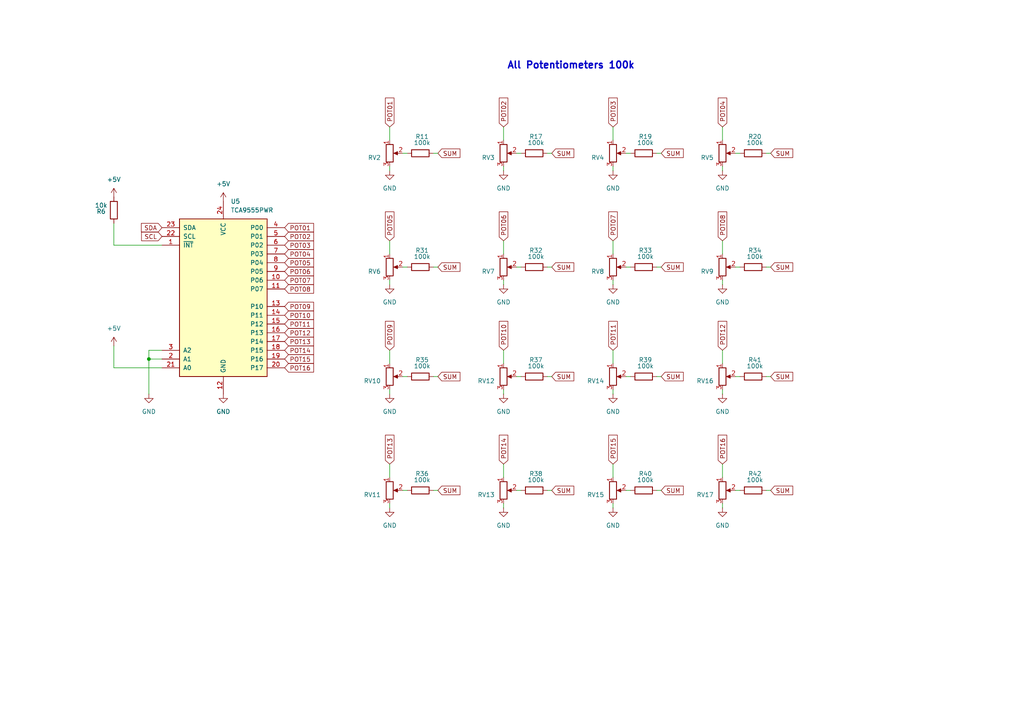
<source format=kicad_sch>
(kicad_sch
	(version 20250114)
	(generator "eeschema")
	(generator_version "9.0")
	(uuid "8a8e7560-a6f2-43da-8043-b5434d5a15c3")
	(paper "A4")
	(title_block
		(title "CV Potentiometers")
	)
	(lib_symbols
		(symbol "Device:R"
			(pin_numbers
				(hide yes)
			)
			(pin_names
				(offset 0)
			)
			(exclude_from_sim no)
			(in_bom yes)
			(on_board yes)
			(property "Reference" "R"
				(at 2.032 0 90)
				(effects
					(font
						(size 1.27 1.27)
					)
				)
			)
			(property "Value" "R"
				(at 0 0 90)
				(effects
					(font
						(size 1.27 1.27)
					)
				)
			)
			(property "Footprint" ""
				(at -1.778 0 90)
				(effects
					(font
						(size 1.27 1.27)
					)
					(hide yes)
				)
			)
			(property "Datasheet" "~"
				(at 0 0 0)
				(effects
					(font
						(size 1.27 1.27)
					)
					(hide yes)
				)
			)
			(property "Description" "Resistor"
				(at 0 0 0)
				(effects
					(font
						(size 1.27 1.27)
					)
					(hide yes)
				)
			)
			(property "ki_keywords" "R res resistor"
				(at 0 0 0)
				(effects
					(font
						(size 1.27 1.27)
					)
					(hide yes)
				)
			)
			(property "ki_fp_filters" "R_*"
				(at 0 0 0)
				(effects
					(font
						(size 1.27 1.27)
					)
					(hide yes)
				)
			)
			(symbol "R_0_1"
				(rectangle
					(start -1.016 -2.54)
					(end 1.016 2.54)
					(stroke
						(width 0.254)
						(type default)
					)
					(fill
						(type none)
					)
				)
			)
			(symbol "R_1_1"
				(pin passive line
					(at 0 3.81 270)
					(length 1.27)
					(name "~"
						(effects
							(font
								(size 1.27 1.27)
							)
						)
					)
					(number "1"
						(effects
							(font
								(size 1.27 1.27)
							)
						)
					)
				)
				(pin passive line
					(at 0 -3.81 90)
					(length 1.27)
					(name "~"
						(effects
							(font
								(size 1.27 1.27)
							)
						)
					)
					(number "2"
						(effects
							(font
								(size 1.27 1.27)
							)
						)
					)
				)
			)
			(embedded_fonts no)
		)
		(symbol "Device:R_Potentiometer"
			(pin_names
				(offset 1.016)
				(hide yes)
			)
			(exclude_from_sim no)
			(in_bom yes)
			(on_board yes)
			(property "Reference" "RV"
				(at -4.445 0 90)
				(effects
					(font
						(size 1.27 1.27)
					)
				)
			)
			(property "Value" "R_Potentiometer"
				(at -2.54 0 90)
				(effects
					(font
						(size 1.27 1.27)
					)
				)
			)
			(property "Footprint" ""
				(at 0 0 0)
				(effects
					(font
						(size 1.27 1.27)
					)
					(hide yes)
				)
			)
			(property "Datasheet" "~"
				(at 0 0 0)
				(effects
					(font
						(size 1.27 1.27)
					)
					(hide yes)
				)
			)
			(property "Description" "Potentiometer"
				(at 0 0 0)
				(effects
					(font
						(size 1.27 1.27)
					)
					(hide yes)
				)
			)
			(property "ki_keywords" "resistor variable"
				(at 0 0 0)
				(effects
					(font
						(size 1.27 1.27)
					)
					(hide yes)
				)
			)
			(property "ki_fp_filters" "Potentiometer*"
				(at 0 0 0)
				(effects
					(font
						(size 1.27 1.27)
					)
					(hide yes)
				)
			)
			(symbol "R_Potentiometer_0_1"
				(rectangle
					(start 1.016 2.54)
					(end -1.016 -2.54)
					(stroke
						(width 0.254)
						(type default)
					)
					(fill
						(type none)
					)
				)
				(polyline
					(pts
						(xy 1.143 0) (xy 2.286 0.508) (xy 2.286 -0.508) (xy 1.143 0)
					)
					(stroke
						(width 0)
						(type default)
					)
					(fill
						(type outline)
					)
				)
				(polyline
					(pts
						(xy 2.54 0) (xy 1.524 0)
					)
					(stroke
						(width 0)
						(type default)
					)
					(fill
						(type none)
					)
				)
			)
			(symbol "R_Potentiometer_1_1"
				(pin passive line
					(at 0 3.81 270)
					(length 1.27)
					(name "1"
						(effects
							(font
								(size 1.27 1.27)
							)
						)
					)
					(number "1"
						(effects
							(font
								(size 1.27 1.27)
							)
						)
					)
				)
				(pin passive line
					(at 0 -3.81 90)
					(length 1.27)
					(name "3"
						(effects
							(font
								(size 1.27 1.27)
							)
						)
					)
					(number "3"
						(effects
							(font
								(size 1.27 1.27)
							)
						)
					)
				)
				(pin passive line
					(at 3.81 0 180)
					(length 1.27)
					(name "2"
						(effects
							(font
								(size 1.27 1.27)
							)
						)
					)
					(number "2"
						(effects
							(font
								(size 1.27 1.27)
							)
						)
					)
				)
			)
			(embedded_fonts no)
		)
		(symbol "Interface_Expansion:TCA9555PWR"
			(pin_names
				(offset 1.016)
			)
			(exclude_from_sim no)
			(in_bom yes)
			(on_board yes)
			(property "Reference" "U"
				(at -11.43 24.13 0)
				(effects
					(font
						(size 1.27 1.27)
					)
				)
			)
			(property "Value" "TCA9555PWR"
				(at 0 0 0)
				(effects
					(font
						(size 1.27 1.27)
					)
				)
			)
			(property "Footprint" "Package_SO:TSSOP-24_4.4x7.8mm_P0.65mm"
				(at 26.67 -25.4 0)
				(effects
					(font
						(size 1.27 1.27)
					)
					(hide yes)
				)
			)
			(property "Datasheet" "http://www.ti.com/lit/ds/symlink/tca9555.pdf"
				(at -12.7 22.86 0)
				(effects
					(font
						(size 1.27 1.27)
					)
					(hide yes)
				)
			)
			(property "Description" "16-bit I/O expander, I2C and SMBus interface, interrupts, w/ pull-ups, TSSOP-24 package"
				(at 0 0 0)
				(effects
					(font
						(size 1.27 1.27)
					)
					(hide yes)
				)
			)
			(property "ki_keywords" "ti parallel port"
				(at 0 0 0)
				(effects
					(font
						(size 1.27 1.27)
					)
					(hide yes)
				)
			)
			(property "ki_fp_filters" "TSSOP*4.4x7.8mm*P0.65mm*"
				(at 0 0 0)
				(effects
					(font
						(size 1.27 1.27)
					)
					(hide yes)
				)
			)
			(symbol "TCA9555PWR_0_1"
				(rectangle
					(start -12.7 22.86)
					(end 12.7 -22.86)
					(stroke
						(width 0.254)
						(type default)
					)
					(fill
						(type background)
					)
				)
			)
			(symbol "TCA9555PWR_1_1"
				(pin bidirectional line
					(at -17.78 20.32 0)
					(length 5.08)
					(name "SDA"
						(effects
							(font
								(size 1.27 1.27)
							)
						)
					)
					(number "23"
						(effects
							(font
								(size 1.27 1.27)
							)
						)
					)
				)
				(pin input line
					(at -17.78 17.78 0)
					(length 5.08)
					(name "SCL"
						(effects
							(font
								(size 1.27 1.27)
							)
						)
					)
					(number "22"
						(effects
							(font
								(size 1.27 1.27)
							)
						)
					)
				)
				(pin open_collector line
					(at -17.78 15.24 0)
					(length 5.08)
					(name "~{INT}"
						(effects
							(font
								(size 1.27 1.27)
							)
						)
					)
					(number "1"
						(effects
							(font
								(size 1.27 1.27)
							)
						)
					)
				)
				(pin input line
					(at -17.78 -15.24 0)
					(length 5.08)
					(name "A2"
						(effects
							(font
								(size 1.27 1.27)
							)
						)
					)
					(number "3"
						(effects
							(font
								(size 1.27 1.27)
							)
						)
					)
				)
				(pin input line
					(at -17.78 -17.78 0)
					(length 5.08)
					(name "A1"
						(effects
							(font
								(size 1.27 1.27)
							)
						)
					)
					(number "2"
						(effects
							(font
								(size 1.27 1.27)
							)
						)
					)
				)
				(pin input line
					(at -17.78 -20.32 0)
					(length 5.08)
					(name "A0"
						(effects
							(font
								(size 1.27 1.27)
							)
						)
					)
					(number "21"
						(effects
							(font
								(size 1.27 1.27)
							)
						)
					)
				)
				(pin power_in line
					(at 0 27.94 270)
					(length 5.08)
					(name "VCC"
						(effects
							(font
								(size 1.27 1.27)
							)
						)
					)
					(number "24"
						(effects
							(font
								(size 1.27 1.27)
							)
						)
					)
				)
				(pin power_in line
					(at 0 -27.94 90)
					(length 5.08)
					(name "GND"
						(effects
							(font
								(size 1.27 1.27)
							)
						)
					)
					(number "12"
						(effects
							(font
								(size 1.27 1.27)
							)
						)
					)
				)
				(pin bidirectional line
					(at 17.78 20.32 180)
					(length 5.08)
					(name "P00"
						(effects
							(font
								(size 1.27 1.27)
							)
						)
					)
					(number "4"
						(effects
							(font
								(size 1.27 1.27)
							)
						)
					)
				)
				(pin bidirectional line
					(at 17.78 17.78 180)
					(length 5.08)
					(name "P01"
						(effects
							(font
								(size 1.27 1.27)
							)
						)
					)
					(number "5"
						(effects
							(font
								(size 1.27 1.27)
							)
						)
					)
				)
				(pin bidirectional line
					(at 17.78 15.24 180)
					(length 5.08)
					(name "P02"
						(effects
							(font
								(size 1.27 1.27)
							)
						)
					)
					(number "6"
						(effects
							(font
								(size 1.27 1.27)
							)
						)
					)
				)
				(pin bidirectional line
					(at 17.78 12.7 180)
					(length 5.08)
					(name "P03"
						(effects
							(font
								(size 1.27 1.27)
							)
						)
					)
					(number "7"
						(effects
							(font
								(size 1.27 1.27)
							)
						)
					)
				)
				(pin bidirectional line
					(at 17.78 10.16 180)
					(length 5.08)
					(name "P04"
						(effects
							(font
								(size 1.27 1.27)
							)
						)
					)
					(number "8"
						(effects
							(font
								(size 1.27 1.27)
							)
						)
					)
				)
				(pin bidirectional line
					(at 17.78 7.62 180)
					(length 5.08)
					(name "P05"
						(effects
							(font
								(size 1.27 1.27)
							)
						)
					)
					(number "9"
						(effects
							(font
								(size 1.27 1.27)
							)
						)
					)
				)
				(pin bidirectional line
					(at 17.78 5.08 180)
					(length 5.08)
					(name "P06"
						(effects
							(font
								(size 1.27 1.27)
							)
						)
					)
					(number "10"
						(effects
							(font
								(size 1.27 1.27)
							)
						)
					)
				)
				(pin bidirectional line
					(at 17.78 2.54 180)
					(length 5.08)
					(name "P07"
						(effects
							(font
								(size 1.27 1.27)
							)
						)
					)
					(number "11"
						(effects
							(font
								(size 1.27 1.27)
							)
						)
					)
				)
				(pin bidirectional line
					(at 17.78 -2.54 180)
					(length 5.08)
					(name "P10"
						(effects
							(font
								(size 1.27 1.27)
							)
						)
					)
					(number "13"
						(effects
							(font
								(size 1.27 1.27)
							)
						)
					)
				)
				(pin bidirectional line
					(at 17.78 -5.08 180)
					(length 5.08)
					(name "P11"
						(effects
							(font
								(size 1.27 1.27)
							)
						)
					)
					(number "14"
						(effects
							(font
								(size 1.27 1.27)
							)
						)
					)
				)
				(pin bidirectional line
					(at 17.78 -7.62 180)
					(length 5.08)
					(name "P12"
						(effects
							(font
								(size 1.27 1.27)
							)
						)
					)
					(number "15"
						(effects
							(font
								(size 1.27 1.27)
							)
						)
					)
				)
				(pin bidirectional line
					(at 17.78 -10.16 180)
					(length 5.08)
					(name "P13"
						(effects
							(font
								(size 1.27 1.27)
							)
						)
					)
					(number "16"
						(effects
							(font
								(size 1.27 1.27)
							)
						)
					)
				)
				(pin bidirectional line
					(at 17.78 -12.7 180)
					(length 5.08)
					(name "P14"
						(effects
							(font
								(size 1.27 1.27)
							)
						)
					)
					(number "17"
						(effects
							(font
								(size 1.27 1.27)
							)
						)
					)
				)
				(pin bidirectional line
					(at 17.78 -15.24 180)
					(length 5.08)
					(name "P15"
						(effects
							(font
								(size 1.27 1.27)
							)
						)
					)
					(number "18"
						(effects
							(font
								(size 1.27 1.27)
							)
						)
					)
				)
				(pin bidirectional line
					(at 17.78 -17.78 180)
					(length 5.08)
					(name "P16"
						(effects
							(font
								(size 1.27 1.27)
							)
						)
					)
					(number "19"
						(effects
							(font
								(size 1.27 1.27)
							)
						)
					)
				)
				(pin bidirectional line
					(at 17.78 -20.32 180)
					(length 5.08)
					(name "P17"
						(effects
							(font
								(size 1.27 1.27)
							)
						)
					)
					(number "20"
						(effects
							(font
								(size 1.27 1.27)
							)
						)
					)
				)
			)
			(embedded_fonts no)
		)
		(symbol "power:+5V"
			(power)
			(pin_numbers
				(hide yes)
			)
			(pin_names
				(offset 0)
				(hide yes)
			)
			(exclude_from_sim no)
			(in_bom yes)
			(on_board yes)
			(property "Reference" "#PWR"
				(at 0 -3.81 0)
				(effects
					(font
						(size 1.27 1.27)
					)
					(hide yes)
				)
			)
			(property "Value" "+5V"
				(at 0 3.556 0)
				(effects
					(font
						(size 1.27 1.27)
					)
				)
			)
			(property "Footprint" ""
				(at 0 0 0)
				(effects
					(font
						(size 1.27 1.27)
					)
					(hide yes)
				)
			)
			(property "Datasheet" ""
				(at 0 0 0)
				(effects
					(font
						(size 1.27 1.27)
					)
					(hide yes)
				)
			)
			(property "Description" "Power symbol creates a global label with name \"+5V\""
				(at 0 0 0)
				(effects
					(font
						(size 1.27 1.27)
					)
					(hide yes)
				)
			)
			(property "ki_keywords" "global power"
				(at 0 0 0)
				(effects
					(font
						(size 1.27 1.27)
					)
					(hide yes)
				)
			)
			(symbol "+5V_0_1"
				(polyline
					(pts
						(xy -0.762 1.27) (xy 0 2.54)
					)
					(stroke
						(width 0)
						(type default)
					)
					(fill
						(type none)
					)
				)
				(polyline
					(pts
						(xy 0 2.54) (xy 0.762 1.27)
					)
					(stroke
						(width 0)
						(type default)
					)
					(fill
						(type none)
					)
				)
				(polyline
					(pts
						(xy 0 0) (xy 0 2.54)
					)
					(stroke
						(width 0)
						(type default)
					)
					(fill
						(type none)
					)
				)
			)
			(symbol "+5V_1_1"
				(pin power_in line
					(at 0 0 90)
					(length 0)
					(name "~"
						(effects
							(font
								(size 1.27 1.27)
							)
						)
					)
					(number "1"
						(effects
							(font
								(size 1.27 1.27)
							)
						)
					)
				)
			)
			(embedded_fonts no)
		)
		(symbol "power:GND"
			(power)
			(pin_numbers
				(hide yes)
			)
			(pin_names
				(offset 0)
				(hide yes)
			)
			(exclude_from_sim no)
			(in_bom yes)
			(on_board yes)
			(property "Reference" "#PWR"
				(at 0 -6.35 0)
				(effects
					(font
						(size 1.27 1.27)
					)
					(hide yes)
				)
			)
			(property "Value" "GND"
				(at 0 -3.81 0)
				(effects
					(font
						(size 1.27 1.27)
					)
				)
			)
			(property "Footprint" ""
				(at 0 0 0)
				(effects
					(font
						(size 1.27 1.27)
					)
					(hide yes)
				)
			)
			(property "Datasheet" ""
				(at 0 0 0)
				(effects
					(font
						(size 1.27 1.27)
					)
					(hide yes)
				)
			)
			(property "Description" "Power symbol creates a global label with name \"GND\" , ground"
				(at 0 0 0)
				(effects
					(font
						(size 1.27 1.27)
					)
					(hide yes)
				)
			)
			(property "ki_keywords" "global power"
				(at 0 0 0)
				(effects
					(font
						(size 1.27 1.27)
					)
					(hide yes)
				)
			)
			(symbol "GND_0_1"
				(polyline
					(pts
						(xy 0 0) (xy 0 -1.27) (xy 1.27 -1.27) (xy 0 -2.54) (xy -1.27 -1.27) (xy 0 -1.27)
					)
					(stroke
						(width 0)
						(type default)
					)
					(fill
						(type none)
					)
				)
			)
			(symbol "GND_1_1"
				(pin power_in line
					(at 0 0 270)
					(length 0)
					(name "~"
						(effects
							(font
								(size 1.27 1.27)
							)
						)
					)
					(number "1"
						(effects
							(font
								(size 1.27 1.27)
							)
						)
					)
				)
			)
			(embedded_fonts no)
		)
	)
	(text "All Potentiometers 100k"
		(exclude_from_sim no)
		(at 165.608 19.05 0)
		(effects
			(font
				(size 2 2)
				(thickness 0.4)
				(bold yes)
			)
		)
		(uuid "8cd2a949-b50d-4fba-a9e9-d9e79fdb9542")
	)
	(junction
		(at 43.18 104.14)
		(diameter 0)
		(color 0 0 0 0)
		(uuid "7124ccaf-3f5b-4177-b275-64019b7ecc41")
	)
	(wire
		(pts
			(xy 151.13 77.47) (xy 149.86 77.47)
		)
		(stroke
			(width 0)
			(type default)
		)
		(uuid "01173887-a590-4ec4-8dad-bcb72684b9b8")
	)
	(wire
		(pts
			(xy 177.8 82.55) (xy 177.8 81.28)
		)
		(stroke
			(width 0)
			(type default)
		)
		(uuid "012bd54e-53c7-498b-9f3b-b04070e1af3d")
	)
	(wire
		(pts
			(xy 127 109.22) (xy 125.73 109.22)
		)
		(stroke
			(width 0)
			(type default)
		)
		(uuid "08632809-e1a4-4aea-8e29-ed25702cbb84")
	)
	(wire
		(pts
			(xy 182.88 142.24) (xy 181.61 142.24)
		)
		(stroke
			(width 0)
			(type default)
		)
		(uuid "0bfe556c-11f4-4304-87a5-8e06bdb83613")
	)
	(wire
		(pts
			(xy 113.03 69.85) (xy 113.03 73.66)
		)
		(stroke
			(width 0)
			(type default)
		)
		(uuid "0dc11c9a-2e60-4efb-bc19-e0389da80680")
	)
	(wire
		(pts
			(xy 118.11 142.24) (xy 116.84 142.24)
		)
		(stroke
			(width 0)
			(type default)
		)
		(uuid "18db870e-5304-4dc5-a88e-87fa87746dcf")
	)
	(wire
		(pts
			(xy 177.8 134.62) (xy 177.8 138.43)
		)
		(stroke
			(width 0)
			(type default)
		)
		(uuid "1e2a4e3c-dd8d-496a-85c4-80da618bf415")
	)
	(wire
		(pts
			(xy 113.03 147.32) (xy 113.03 146.05)
		)
		(stroke
			(width 0)
			(type default)
		)
		(uuid "1e3a8950-b356-4f2c-b9b7-5d3da78aa667")
	)
	(wire
		(pts
			(xy 223.52 77.47) (xy 222.25 77.47)
		)
		(stroke
			(width 0)
			(type default)
		)
		(uuid "1ed557bc-1092-4a8c-8b63-a2ef6650ad0e")
	)
	(wire
		(pts
			(xy 209.55 82.55) (xy 209.55 81.28)
		)
		(stroke
			(width 0)
			(type default)
		)
		(uuid "20dbd255-5e55-4a8c-911a-dd7065c7ee61")
	)
	(wire
		(pts
			(xy 214.63 44.45) (xy 213.36 44.45)
		)
		(stroke
			(width 0)
			(type default)
		)
		(uuid "263f16db-5a2f-4ada-88c8-a3cc832ac336")
	)
	(wire
		(pts
			(xy 113.03 114.3) (xy 113.03 113.03)
		)
		(stroke
			(width 0)
			(type default)
		)
		(uuid "2d984aa0-493a-4ee1-a01d-832ea10fe1a0")
	)
	(wire
		(pts
			(xy 209.55 147.32) (xy 209.55 146.05)
		)
		(stroke
			(width 0)
			(type default)
		)
		(uuid "31d90485-9139-4f87-ab9b-b2c46591092b")
	)
	(wire
		(pts
			(xy 182.88 44.45) (xy 181.61 44.45)
		)
		(stroke
			(width 0)
			(type default)
		)
		(uuid "3a69a958-02cc-4232-b000-a1efc8e0d0b5")
	)
	(wire
		(pts
			(xy 113.03 36.83) (xy 113.03 40.64)
		)
		(stroke
			(width 0)
			(type default)
		)
		(uuid "3cc1115a-0adc-4d8e-822f-2abb26fa36e4")
	)
	(wire
		(pts
			(xy 146.05 101.6) (xy 146.05 105.41)
		)
		(stroke
			(width 0)
			(type default)
		)
		(uuid "3d1b2834-3865-4225-8df9-51944d5b6380")
	)
	(wire
		(pts
			(xy 46.99 71.12) (xy 33.02 71.12)
		)
		(stroke
			(width 0)
			(type default)
		)
		(uuid "42a66211-296c-4781-a8e6-ad8531f56adb")
	)
	(wire
		(pts
			(xy 223.52 44.45) (xy 222.25 44.45)
		)
		(stroke
			(width 0)
			(type default)
		)
		(uuid "43e72b24-23a1-405f-9946-a7deb8780547")
	)
	(wire
		(pts
			(xy 127 44.45) (xy 125.73 44.45)
		)
		(stroke
			(width 0)
			(type default)
		)
		(uuid "470bc251-a10f-4f95-a0c6-af460abd945b")
	)
	(wire
		(pts
			(xy 177.8 101.6) (xy 177.8 105.41)
		)
		(stroke
			(width 0)
			(type default)
		)
		(uuid "4c76ded9-d1f4-44d1-ae12-3421c7039178")
	)
	(wire
		(pts
			(xy 223.52 142.24) (xy 222.25 142.24)
		)
		(stroke
			(width 0)
			(type default)
		)
		(uuid "4d6449fc-3066-4c8c-891b-475062ff1f2e")
	)
	(wire
		(pts
			(xy 127 77.47) (xy 125.73 77.47)
		)
		(stroke
			(width 0)
			(type default)
		)
		(uuid "4eaf8180-ee14-43cb-a3f3-d15f29dd0f46")
	)
	(wire
		(pts
			(xy 46.99 101.6) (xy 43.18 101.6)
		)
		(stroke
			(width 0)
			(type default)
		)
		(uuid "4fdda2aa-625b-40a3-9793-49f2b7270a92")
	)
	(wire
		(pts
			(xy 127 142.24) (xy 125.73 142.24)
		)
		(stroke
			(width 0)
			(type default)
		)
		(uuid "512d79a8-b35f-4f98-ac98-7be2fe147282")
	)
	(wire
		(pts
			(xy 43.18 104.14) (xy 43.18 114.3)
		)
		(stroke
			(width 0)
			(type default)
		)
		(uuid "53494b9b-3de2-4a1a-9775-c2f86c157608")
	)
	(wire
		(pts
			(xy 146.05 147.32) (xy 146.05 146.05)
		)
		(stroke
			(width 0)
			(type default)
		)
		(uuid "5a65147a-3943-4af4-9a52-4383a0b183a1")
	)
	(wire
		(pts
			(xy 151.13 44.45) (xy 149.86 44.45)
		)
		(stroke
			(width 0)
			(type default)
		)
		(uuid "5fb3ae07-4074-4004-b107-ae0c29ff8c63")
	)
	(wire
		(pts
			(xy 160.02 109.22) (xy 158.75 109.22)
		)
		(stroke
			(width 0)
			(type default)
		)
		(uuid "613909f8-100b-463d-9e2a-1aa8e19dc0c2")
	)
	(wire
		(pts
			(xy 146.05 69.85) (xy 146.05 73.66)
		)
		(stroke
			(width 0)
			(type default)
		)
		(uuid "61ac04b2-dd90-469f-bcc5-d8b815165a9c")
	)
	(wire
		(pts
			(xy 214.63 77.47) (xy 213.36 77.47)
		)
		(stroke
			(width 0)
			(type default)
		)
		(uuid "6303d50b-f035-4459-b0e1-9ed578f267e3")
	)
	(wire
		(pts
			(xy 146.05 82.55) (xy 146.05 81.28)
		)
		(stroke
			(width 0)
			(type default)
		)
		(uuid "63079ba0-5311-4a67-80f8-9b7dbbc2743c")
	)
	(wire
		(pts
			(xy 151.13 109.22) (xy 149.86 109.22)
		)
		(stroke
			(width 0)
			(type default)
		)
		(uuid "6382d81d-9515-4bcf-820e-e6dfb244e49f")
	)
	(wire
		(pts
			(xy 146.05 114.3) (xy 146.05 113.03)
		)
		(stroke
			(width 0)
			(type default)
		)
		(uuid "6c0dc46a-aab2-4ee6-be1f-c5ebd3c1d80a")
	)
	(wire
		(pts
			(xy 118.11 77.47) (xy 116.84 77.47)
		)
		(stroke
			(width 0)
			(type default)
		)
		(uuid "741d732a-511f-4128-a1f4-1865da89894f")
	)
	(wire
		(pts
			(xy 177.8 114.3) (xy 177.8 113.03)
		)
		(stroke
			(width 0)
			(type default)
		)
		(uuid "769322a5-6de7-4a43-bab6-724f8e1900be")
	)
	(wire
		(pts
			(xy 177.8 36.83) (xy 177.8 40.64)
		)
		(stroke
			(width 0)
			(type default)
		)
		(uuid "7979de03-4dd1-4c19-9b30-90726eec9029")
	)
	(wire
		(pts
			(xy 146.05 36.83) (xy 146.05 40.64)
		)
		(stroke
			(width 0)
			(type default)
		)
		(uuid "7e979c14-a9b8-4ab5-89d3-d44a06f8484b")
	)
	(wire
		(pts
			(xy 46.99 106.68) (xy 33.02 106.68)
		)
		(stroke
			(width 0)
			(type default)
		)
		(uuid "8af112ee-b064-4c21-bb67-685405b61104")
	)
	(wire
		(pts
			(xy 160.02 44.45) (xy 158.75 44.45)
		)
		(stroke
			(width 0)
			(type default)
		)
		(uuid "8d5eb0bb-bd89-4d61-ac58-5a920c418c86")
	)
	(wire
		(pts
			(xy 113.03 49.53) (xy 113.03 48.26)
		)
		(stroke
			(width 0)
			(type default)
		)
		(uuid "91cc4b1a-6e92-468e-8d8a-ba4e69e4e99e")
	)
	(wire
		(pts
			(xy 209.55 134.62) (xy 209.55 138.43)
		)
		(stroke
			(width 0)
			(type default)
		)
		(uuid "9295dbf1-4640-459a-84ab-48ddbbeff14f")
	)
	(wire
		(pts
			(xy 160.02 77.47) (xy 158.75 77.47)
		)
		(stroke
			(width 0)
			(type default)
		)
		(uuid "990abd1c-1be6-479d-8fe4-c8723a5a9a31")
	)
	(wire
		(pts
			(xy 209.55 101.6) (xy 209.55 105.41)
		)
		(stroke
			(width 0)
			(type default)
		)
		(uuid "999d5727-fc67-425e-8a32-465225cdae80")
	)
	(wire
		(pts
			(xy 209.55 49.53) (xy 209.55 48.26)
		)
		(stroke
			(width 0)
			(type default)
		)
		(uuid "9b036fed-96ad-4a97-8c26-29766e007622")
	)
	(wire
		(pts
			(xy 177.8 147.32) (xy 177.8 146.05)
		)
		(stroke
			(width 0)
			(type default)
		)
		(uuid "9f0de03c-7c09-4dd8-b204-96d84b263c62")
	)
	(wire
		(pts
			(xy 113.03 101.6) (xy 113.03 105.41)
		)
		(stroke
			(width 0)
			(type default)
		)
		(uuid "a07970f3-f13e-406f-a709-1284b6d1ab33")
	)
	(wire
		(pts
			(xy 146.05 49.53) (xy 146.05 48.26)
		)
		(stroke
			(width 0)
			(type default)
		)
		(uuid "a2613a90-937f-42f1-af50-b5e7be3498ec")
	)
	(wire
		(pts
			(xy 191.77 77.47) (xy 190.5 77.47)
		)
		(stroke
			(width 0)
			(type default)
		)
		(uuid "a5a2eb44-e555-418d-8372-a61a971559ce")
	)
	(wire
		(pts
			(xy 33.02 100.33) (xy 33.02 106.68)
		)
		(stroke
			(width 0)
			(type default)
		)
		(uuid "a63a859d-ad8e-44fa-ae16-4367f3aa1be2")
	)
	(wire
		(pts
			(xy 118.11 44.45) (xy 116.84 44.45)
		)
		(stroke
			(width 0)
			(type default)
		)
		(uuid "a8fe6399-770a-48ae-a2b1-51bc42299258")
	)
	(wire
		(pts
			(xy 209.55 114.3) (xy 209.55 113.03)
		)
		(stroke
			(width 0)
			(type default)
		)
		(uuid "b0d602cb-6e98-455a-8739-979c206faa8a")
	)
	(wire
		(pts
			(xy 151.13 142.24) (xy 149.86 142.24)
		)
		(stroke
			(width 0)
			(type default)
		)
		(uuid "b2342db6-7c43-47f2-a07a-26052c29a18c")
	)
	(wire
		(pts
			(xy 209.55 69.85) (xy 209.55 73.66)
		)
		(stroke
			(width 0)
			(type default)
		)
		(uuid "b2b2695a-1860-4952-b947-d5e7b6ce18b8")
	)
	(wire
		(pts
			(xy 118.11 109.22) (xy 116.84 109.22)
		)
		(stroke
			(width 0)
			(type default)
		)
		(uuid "bc4fe33a-1bee-4867-b5e6-bc186a7a262a")
	)
	(wire
		(pts
			(xy 113.03 134.62) (xy 113.03 138.43)
		)
		(stroke
			(width 0)
			(type default)
		)
		(uuid "be0b55de-ecfe-4572-a6d2-db799c83830e")
	)
	(wire
		(pts
			(xy 177.8 69.85) (xy 177.8 73.66)
		)
		(stroke
			(width 0)
			(type default)
		)
		(uuid "c1580e16-97f7-40c4-ae3d-d0b1dd9a0ab7")
	)
	(wire
		(pts
			(xy 214.63 109.22) (xy 213.36 109.22)
		)
		(stroke
			(width 0)
			(type default)
		)
		(uuid "c63b73c1-cd04-4448-9644-a356697ca467")
	)
	(wire
		(pts
			(xy 113.03 82.55) (xy 113.03 81.28)
		)
		(stroke
			(width 0)
			(type default)
		)
		(uuid "cae4c155-4000-4593-b012-89517947a671")
	)
	(wire
		(pts
			(xy 33.02 71.12) (xy 33.02 64.77)
		)
		(stroke
			(width 0)
			(type default)
		)
		(uuid "cb30f56e-edd6-4d8a-9f64-5e92d677accb")
	)
	(wire
		(pts
			(xy 182.88 77.47) (xy 181.61 77.47)
		)
		(stroke
			(width 0)
			(type default)
		)
		(uuid "cb4bc38b-a400-4fe8-9651-8244573e3036")
	)
	(wire
		(pts
			(xy 191.77 109.22) (xy 190.5 109.22)
		)
		(stroke
			(width 0)
			(type default)
		)
		(uuid "cc775ef3-1c57-4b1f-837b-64760a59474a")
	)
	(wire
		(pts
			(xy 43.18 104.14) (xy 46.99 104.14)
		)
		(stroke
			(width 0)
			(type default)
		)
		(uuid "cc7c3899-3546-4839-bfd9-354a1be3da03")
	)
	(wire
		(pts
			(xy 191.77 44.45) (xy 190.5 44.45)
		)
		(stroke
			(width 0)
			(type default)
		)
		(uuid "e43ec6d4-95f9-4295-ab9a-093e146bb8b6")
	)
	(wire
		(pts
			(xy 43.18 101.6) (xy 43.18 104.14)
		)
		(stroke
			(width 0)
			(type default)
		)
		(uuid "ecc9124c-8450-4690-97fe-7b9f2a8c8932")
	)
	(wire
		(pts
			(xy 191.77 142.24) (xy 190.5 142.24)
		)
		(stroke
			(width 0)
			(type default)
		)
		(uuid "f16cf9f6-0b0b-4c85-9315-7c23892136d5")
	)
	(wire
		(pts
			(xy 146.05 134.62) (xy 146.05 138.43)
		)
		(stroke
			(width 0)
			(type default)
		)
		(uuid "f25ad427-c894-4ef0-a324-dae589dbb4a5")
	)
	(wire
		(pts
			(xy 223.52 109.22) (xy 222.25 109.22)
		)
		(stroke
			(width 0)
			(type default)
		)
		(uuid "f2728b29-f2e0-4d08-9c63-d2d385545ff5")
	)
	(wire
		(pts
			(xy 209.55 36.83) (xy 209.55 40.64)
		)
		(stroke
			(width 0)
			(type default)
		)
		(uuid "f4ffbbc7-1c31-489f-ab35-b89fde639d71")
	)
	(wire
		(pts
			(xy 160.02 142.24) (xy 158.75 142.24)
		)
		(stroke
			(width 0)
			(type default)
		)
		(uuid "f548a213-01ce-4cdd-a975-bead50a132e3")
	)
	(wire
		(pts
			(xy 182.88 109.22) (xy 181.61 109.22)
		)
		(stroke
			(width 0)
			(type default)
		)
		(uuid "f7ad10dd-2384-4bab-ba0e-35fb1079541b")
	)
	(wire
		(pts
			(xy 214.63 142.24) (xy 213.36 142.24)
		)
		(stroke
			(width 0)
			(type default)
		)
		(uuid "f80d38c0-fb92-4b52-9c1a-8d7c33a3bd1c")
	)
	(wire
		(pts
			(xy 177.8 49.53) (xy 177.8 48.26)
		)
		(stroke
			(width 0)
			(type default)
		)
		(uuid "f8d1d8dd-5c44-44cd-bf8f-f98ab6907834")
	)
	(global_label "POT15"
		(shape input)
		(at 177.8 134.62 90)
		(fields_autoplaced yes)
		(effects
			(font
				(size 1.27 1.27)
			)
			(justify left)
		)
		(uuid "0b6a555d-d928-4b67-a717-0ff8ccdf1950")
		(property "Intersheetrefs" "${INTERSHEET_REFS}"
			(at 177.8 125.6477 90)
			(effects
				(font
					(size 1.27 1.27)
				)
				(justify left)
				(hide yes)
			)
		)
	)
	(global_label "SUM"
		(shape input)
		(at 127 44.45 0)
		(fields_autoplaced yes)
		(effects
			(font
				(size 1.27 1.27)
			)
			(justify left)
		)
		(uuid "0ba2fb57-1a52-4cb3-8e68-b0d89dc18bb8")
		(property "Intersheetrefs" "${INTERSHEET_REFS}"
			(at 133.9766 44.45 0)
			(effects
				(font
					(size 1.27 1.27)
				)
				(justify left)
				(hide yes)
			)
		)
	)
	(global_label "POT12"
		(shape input)
		(at 209.55 101.6 90)
		(fields_autoplaced yes)
		(effects
			(font
				(size 1.27 1.27)
			)
			(justify left)
		)
		(uuid "0cdf33fc-0df5-4708-9433-a5d95a13ae8d")
		(property "Intersheetrefs" "${INTERSHEET_REFS}"
			(at 209.55 92.6277 90)
			(effects
				(font
					(size 1.27 1.27)
				)
				(justify left)
				(hide yes)
			)
		)
	)
	(global_label "SUM"
		(shape input)
		(at 127 77.47 0)
		(fields_autoplaced yes)
		(effects
			(font
				(size 1.27 1.27)
			)
			(justify left)
		)
		(uuid "0d2257ed-f260-46af-b617-aa4af6ca21d9")
		(property "Intersheetrefs" "${INTERSHEET_REFS}"
			(at 133.9766 77.47 0)
			(effects
				(font
					(size 1.27 1.27)
				)
				(justify left)
				(hide yes)
			)
		)
	)
	(global_label "SUM"
		(shape input)
		(at 160.02 109.22 0)
		(fields_autoplaced yes)
		(effects
			(font
				(size 1.27 1.27)
			)
			(justify left)
		)
		(uuid "12eb3e43-864b-4ddb-8c9e-5b7f426ac6ab")
		(property "Intersheetrefs" "${INTERSHEET_REFS}"
			(at 166.9966 109.22 0)
			(effects
				(font
					(size 1.27 1.27)
				)
				(justify left)
				(hide yes)
			)
		)
	)
	(global_label "POT01"
		(shape input)
		(at 113.03 36.83 90)
		(fields_autoplaced yes)
		(effects
			(font
				(size 1.27 1.27)
			)
			(justify left)
		)
		(uuid "15976170-f3f8-40ae-92c2-70bf73ffbc74")
		(property "Intersheetrefs" "${INTERSHEET_REFS}"
			(at 113.03 27.8577 90)
			(effects
				(font
					(size 1.27 1.27)
				)
				(justify left)
				(hide yes)
			)
		)
	)
	(global_label "SUM"
		(shape input)
		(at 127 142.24 0)
		(fields_autoplaced yes)
		(effects
			(font
				(size 1.27 1.27)
			)
			(justify left)
		)
		(uuid "17293298-66bd-484a-b907-905859241529")
		(property "Intersheetrefs" "${INTERSHEET_REFS}"
			(at 133.9766 142.24 0)
			(effects
				(font
					(size 1.27 1.27)
				)
				(justify left)
				(hide yes)
			)
		)
	)
	(global_label "POT04"
		(shape input)
		(at 82.55 73.66 0)
		(fields_autoplaced yes)
		(effects
			(font
				(size 1.27 1.27)
			)
			(justify left)
		)
		(uuid "190d7be0-49b0-49db-a0f5-277bc23e3719")
		(property "Intersheetrefs" "${INTERSHEET_REFS}"
			(at 91.5223 73.66 0)
			(effects
				(font
					(size 1.27 1.27)
				)
				(justify left)
				(hide yes)
			)
		)
	)
	(global_label "SUM"
		(shape input)
		(at 223.52 44.45 0)
		(fields_autoplaced yes)
		(effects
			(font
				(size 1.27 1.27)
			)
			(justify left)
		)
		(uuid "1b4627d3-6e2a-41cf-a0b9-b66bc3adc2c9")
		(property "Intersheetrefs" "${INTERSHEET_REFS}"
			(at 230.4966 44.45 0)
			(effects
				(font
					(size 1.27 1.27)
				)
				(justify left)
				(hide yes)
			)
		)
	)
	(global_label "SUM"
		(shape input)
		(at 191.77 109.22 0)
		(fields_autoplaced yes)
		(effects
			(font
				(size 1.27 1.27)
			)
			(justify left)
		)
		(uuid "1eca9999-dda7-4bcf-9a7b-d08a640547db")
		(property "Intersheetrefs" "${INTERSHEET_REFS}"
			(at 198.7466 109.22 0)
			(effects
				(font
					(size 1.27 1.27)
				)
				(justify left)
				(hide yes)
			)
		)
	)
	(global_label "POT08"
		(shape input)
		(at 209.55 69.85 90)
		(fields_autoplaced yes)
		(effects
			(font
				(size 1.27 1.27)
			)
			(justify left)
		)
		(uuid "2650ec7d-02ef-4be2-9787-8fa10fbad48b")
		(property "Intersheetrefs" "${INTERSHEET_REFS}"
			(at 209.55 60.8777 90)
			(effects
				(font
					(size 1.27 1.27)
				)
				(justify left)
				(hide yes)
			)
		)
	)
	(global_label "POT10"
		(shape input)
		(at 146.05 101.6 90)
		(fields_autoplaced yes)
		(effects
			(font
				(size 1.27 1.27)
			)
			(justify left)
		)
		(uuid "35e26955-c36f-4e1b-8ad4-0d68ecc1b04b")
		(property "Intersheetrefs" "${INTERSHEET_REFS}"
			(at 146.05 92.6277 90)
			(effects
				(font
					(size 1.27 1.27)
				)
				(justify left)
				(hide yes)
			)
		)
	)
	(global_label "POT12"
		(shape input)
		(at 82.55 96.52 0)
		(fields_autoplaced yes)
		(effects
			(font
				(size 1.27 1.27)
			)
			(justify left)
		)
		(uuid "381ae37b-b2df-4eb0-84e6-41c5fbc5f2a9")
		(property "Intersheetrefs" "${INTERSHEET_REFS}"
			(at 91.5223 96.52 0)
			(effects
				(font
					(size 1.27 1.27)
				)
				(justify left)
				(hide yes)
			)
		)
	)
	(global_label "POT14"
		(shape input)
		(at 82.55 101.6 0)
		(fields_autoplaced yes)
		(effects
			(font
				(size 1.27 1.27)
			)
			(justify left)
		)
		(uuid "49f85b40-4f37-4fa4-b309-e8f0f581031e")
		(property "Intersheetrefs" "${INTERSHEET_REFS}"
			(at 91.5223 101.6 0)
			(effects
				(font
					(size 1.27 1.27)
				)
				(justify left)
				(hide yes)
			)
		)
	)
	(global_label "POT06"
		(shape input)
		(at 146.05 69.85 90)
		(fields_autoplaced yes)
		(effects
			(font
				(size 1.27 1.27)
			)
			(justify left)
		)
		(uuid "4b7aa902-4aae-4921-acc4-b57bc5ce2703")
		(property "Intersheetrefs" "${INTERSHEET_REFS}"
			(at 146.05 60.8777 90)
			(effects
				(font
					(size 1.27 1.27)
				)
				(justify left)
				(hide yes)
			)
		)
	)
	(global_label "POT14"
		(shape input)
		(at 146.05 134.62 90)
		(fields_autoplaced yes)
		(effects
			(font
				(size 1.27 1.27)
			)
			(justify left)
		)
		(uuid "4f9c4d06-714e-4d59-811f-1dfb245c3e07")
		(property "Intersheetrefs" "${INTERSHEET_REFS}"
			(at 146.05 125.6477 90)
			(effects
				(font
					(size 1.27 1.27)
				)
				(justify left)
				(hide yes)
			)
		)
	)
	(global_label "POT16"
		(shape input)
		(at 209.55 134.62 90)
		(fields_autoplaced yes)
		(effects
			(font
				(size 1.27 1.27)
			)
			(justify left)
		)
		(uuid "5486cc72-a15a-4a60-a814-58705f809e77")
		(property "Intersheetrefs" "${INTERSHEET_REFS}"
			(at 209.55 125.6477 90)
			(effects
				(font
					(size 1.27 1.27)
				)
				(justify left)
				(hide yes)
			)
		)
	)
	(global_label "POT03"
		(shape input)
		(at 177.8 36.83 90)
		(fields_autoplaced yes)
		(effects
			(font
				(size 1.27 1.27)
			)
			(justify left)
		)
		(uuid "5f431494-c3d7-4ffd-ab84-2de3026b540a")
		(property "Intersheetrefs" "${INTERSHEET_REFS}"
			(at 177.8 27.8577 90)
			(effects
				(font
					(size 1.27 1.27)
				)
				(justify left)
				(hide yes)
			)
		)
	)
	(global_label "POT09"
		(shape input)
		(at 113.03 101.6 90)
		(fields_autoplaced yes)
		(effects
			(font
				(size 1.27 1.27)
			)
			(justify left)
		)
		(uuid "5f75e0be-99a3-4b7a-b91c-629b01c96b43")
		(property "Intersheetrefs" "${INTERSHEET_REFS}"
			(at 113.03 92.6277 90)
			(effects
				(font
					(size 1.27 1.27)
				)
				(justify left)
				(hide yes)
			)
		)
	)
	(global_label "POT04"
		(shape input)
		(at 209.55 36.83 90)
		(fields_autoplaced yes)
		(effects
			(font
				(size 1.27 1.27)
			)
			(justify left)
		)
		(uuid "663ee460-7a85-49d0-ad1a-1924286de504")
		(property "Intersheetrefs" "${INTERSHEET_REFS}"
			(at 209.55 27.8577 90)
			(effects
				(font
					(size 1.27 1.27)
				)
				(justify left)
				(hide yes)
			)
		)
	)
	(global_label "POT11"
		(shape input)
		(at 82.55 93.98 0)
		(fields_autoplaced yes)
		(effects
			(font
				(size 1.27 1.27)
			)
			(justify left)
		)
		(uuid "66859491-d9f7-4c6b-8851-9a12da2dfdfe")
		(property "Intersheetrefs" "${INTERSHEET_REFS}"
			(at 91.5223 93.98 0)
			(effects
				(font
					(size 1.27 1.27)
				)
				(justify left)
				(hide yes)
			)
		)
	)
	(global_label "SUM"
		(shape input)
		(at 127 109.22 0)
		(fields_autoplaced yes)
		(effects
			(font
				(size 1.27 1.27)
			)
			(justify left)
		)
		(uuid "69751510-e968-4ae3-bf53-6231a95bddf1")
		(property "Intersheetrefs" "${INTERSHEET_REFS}"
			(at 133.9766 109.22 0)
			(effects
				(font
					(size 1.27 1.27)
				)
				(justify left)
				(hide yes)
			)
		)
	)
	(global_label "POT02"
		(shape input)
		(at 82.55 68.58 0)
		(fields_autoplaced yes)
		(effects
			(font
				(size 1.27 1.27)
			)
			(justify left)
		)
		(uuid "77396852-a503-450c-b25a-85248b6efcc5")
		(property "Intersheetrefs" "${INTERSHEET_REFS}"
			(at 91.5223 68.58 0)
			(effects
				(font
					(size 1.27 1.27)
				)
				(justify left)
				(hide yes)
			)
		)
	)
	(global_label "POT01"
		(shape input)
		(at 82.55 66.04 0)
		(fields_autoplaced yes)
		(effects
			(font
				(size 1.27 1.27)
			)
			(justify left)
		)
		(uuid "8111c3db-9052-48c7-b6da-b3cd17988c6b")
		(property "Intersheetrefs" "${INTERSHEET_REFS}"
			(at 91.5223 66.04 0)
			(effects
				(font
					(size 1.27 1.27)
				)
				(justify left)
				(hide yes)
			)
		)
	)
	(global_label "POT02"
		(shape input)
		(at 146.05 36.83 90)
		(fields_autoplaced yes)
		(effects
			(font
				(size 1.27 1.27)
			)
			(justify left)
		)
		(uuid "84989493-df75-4180-b461-4f140d3d2532")
		(property "Intersheetrefs" "${INTERSHEET_REFS}"
			(at 146.05 27.8577 90)
			(effects
				(font
					(size 1.27 1.27)
				)
				(justify left)
				(hide yes)
			)
		)
	)
	(global_label "POT16"
		(shape input)
		(at 82.55 106.68 0)
		(fields_autoplaced yes)
		(effects
			(font
				(size 1.27 1.27)
			)
			(justify left)
		)
		(uuid "8ad98008-2802-4ad3-91cf-4fa814b9a48b")
		(property "Intersheetrefs" "${INTERSHEET_REFS}"
			(at 91.5223 106.68 0)
			(effects
				(font
					(size 1.27 1.27)
				)
				(justify left)
				(hide yes)
			)
		)
	)
	(global_label "SUM"
		(shape input)
		(at 223.52 142.24 0)
		(fields_autoplaced yes)
		(effects
			(font
				(size 1.27 1.27)
			)
			(justify left)
		)
		(uuid "8f0d1a30-2786-4c33-b20e-70d33493d2e2")
		(property "Intersheetrefs" "${INTERSHEET_REFS}"
			(at 230.4966 142.24 0)
			(effects
				(font
					(size 1.27 1.27)
				)
				(justify left)
				(hide yes)
			)
		)
	)
	(global_label "POT07"
		(shape input)
		(at 177.8 69.85 90)
		(fields_autoplaced yes)
		(effects
			(font
				(size 1.27 1.27)
			)
			(justify left)
		)
		(uuid "92da4ca4-88ce-4580-84ab-5be0506f9ecf")
		(property "Intersheetrefs" "${INTERSHEET_REFS}"
			(at 177.8 60.8777 90)
			(effects
				(font
					(size 1.27 1.27)
				)
				(justify left)
				(hide yes)
			)
		)
	)
	(global_label "POT05"
		(shape input)
		(at 82.55 76.2 0)
		(fields_autoplaced yes)
		(effects
			(font
				(size 1.27 1.27)
			)
			(justify left)
		)
		(uuid "9421f6f1-dc2c-4cee-bb9d-7349f58e1bfb")
		(property "Intersheetrefs" "${INTERSHEET_REFS}"
			(at 91.5223 76.2 0)
			(effects
				(font
					(size 1.27 1.27)
				)
				(justify left)
				(hide yes)
			)
		)
	)
	(global_label "SCL"
		(shape input)
		(at 46.99 68.58 180)
		(fields_autoplaced yes)
		(effects
			(font
				(size 1.27 1.27)
			)
			(justify right)
		)
		(uuid "97ed447a-f4e4-40ac-8c90-2853c179eba9")
		(property "Intersheetrefs" "${INTERSHEET_REFS}"
			(at 40.4972 68.58 0)
			(effects
				(font
					(size 1.27 1.27)
				)
				(justify right)
				(hide yes)
			)
		)
	)
	(global_label "POT15"
		(shape input)
		(at 82.55 104.14 0)
		(fields_autoplaced yes)
		(effects
			(font
				(size 1.27 1.27)
			)
			(justify left)
		)
		(uuid "a0d285d4-fa4e-4c3d-a7d1-5ecdd586299e")
		(property "Intersheetrefs" "${INTERSHEET_REFS}"
			(at 91.5223 104.14 0)
			(effects
				(font
					(size 1.27 1.27)
				)
				(justify left)
				(hide yes)
			)
		)
	)
	(global_label "POT07"
		(shape input)
		(at 82.55 81.28 0)
		(fields_autoplaced yes)
		(effects
			(font
				(size 1.27 1.27)
			)
			(justify left)
		)
		(uuid "a4053bf8-0566-4faf-a059-37e9a720a091")
		(property "Intersheetrefs" "${INTERSHEET_REFS}"
			(at 91.5223 81.28 0)
			(effects
				(font
					(size 1.27 1.27)
				)
				(justify left)
				(hide yes)
			)
		)
	)
	(global_label "SDA"
		(shape input)
		(at 46.99 66.04 180)
		(fields_autoplaced yes)
		(effects
			(font
				(size 1.27 1.27)
			)
			(justify right)
		)
		(uuid "ad0fcdc0-6d50-43d1-9551-3321c431c647")
		(property "Intersheetrefs" "${INTERSHEET_REFS}"
			(at 40.4367 66.04 0)
			(effects
				(font
					(size 1.27 1.27)
				)
				(justify right)
				(hide yes)
			)
		)
	)
	(global_label "POT03"
		(shape input)
		(at 82.55 71.12 0)
		(fields_autoplaced yes)
		(effects
			(font
				(size 1.27 1.27)
			)
			(justify left)
		)
		(uuid "b861864a-25ce-43be-9593-15a3301ae180")
		(property "Intersheetrefs" "${INTERSHEET_REFS}"
			(at 91.5223 71.12 0)
			(effects
				(font
					(size 1.27 1.27)
				)
				(justify left)
				(hide yes)
			)
		)
	)
	(global_label "POT10"
		(shape input)
		(at 82.55 91.44 0)
		(fields_autoplaced yes)
		(effects
			(font
				(size 1.27 1.27)
			)
			(justify left)
		)
		(uuid "bd1d091a-c6cd-4392-8842-fc75b3b708d7")
		(property "Intersheetrefs" "${INTERSHEET_REFS}"
			(at 91.5223 91.44 0)
			(effects
				(font
					(size 1.27 1.27)
				)
				(justify left)
				(hide yes)
			)
		)
	)
	(global_label "SUM"
		(shape input)
		(at 223.52 109.22 0)
		(fields_autoplaced yes)
		(effects
			(font
				(size 1.27 1.27)
			)
			(justify left)
		)
		(uuid "be5939f3-ddf7-4070-b63c-0d047719b957")
		(property "Intersheetrefs" "${INTERSHEET_REFS}"
			(at 230.4966 109.22 0)
			(effects
				(font
					(size 1.27 1.27)
				)
				(justify left)
				(hide yes)
			)
		)
	)
	(global_label "SUM"
		(shape input)
		(at 160.02 77.47 0)
		(fields_autoplaced yes)
		(effects
			(font
				(size 1.27 1.27)
			)
			(justify left)
		)
		(uuid "c2f5a85f-3465-4cb8-b434-597047eef1cf")
		(property "Intersheetrefs" "${INTERSHEET_REFS}"
			(at 166.9966 77.47 0)
			(effects
				(font
					(size 1.27 1.27)
				)
				(justify left)
				(hide yes)
			)
		)
	)
	(global_label "POT08"
		(shape input)
		(at 82.55 83.82 0)
		(fields_autoplaced yes)
		(effects
			(font
				(size 1.27 1.27)
			)
			(justify left)
		)
		(uuid "c51903ba-06bc-4a12-acde-7e886a9d0e82")
		(property "Intersheetrefs" "${INTERSHEET_REFS}"
			(at 91.5223 83.82 0)
			(effects
				(font
					(size 1.27 1.27)
				)
				(justify left)
				(hide yes)
			)
		)
	)
	(global_label "SUM"
		(shape input)
		(at 191.77 77.47 0)
		(fields_autoplaced yes)
		(effects
			(font
				(size 1.27 1.27)
			)
			(justify left)
		)
		(uuid "c6109227-f7f7-4355-bab1-438a7d45a9fb")
		(property "Intersheetrefs" "${INTERSHEET_REFS}"
			(at 198.7466 77.47 0)
			(effects
				(font
					(size 1.27 1.27)
				)
				(justify left)
				(hide yes)
			)
		)
	)
	(global_label "SUM"
		(shape input)
		(at 191.77 44.45 0)
		(fields_autoplaced yes)
		(effects
			(font
				(size 1.27 1.27)
			)
			(justify left)
		)
		(uuid "cb035b2d-3ddf-46e3-a144-3b816464b0bd")
		(property "Intersheetrefs" "${INTERSHEET_REFS}"
			(at 198.7466 44.45 0)
			(effects
				(font
					(size 1.27 1.27)
				)
				(justify left)
				(hide yes)
			)
		)
	)
	(global_label "POT11"
		(shape input)
		(at 177.8 101.6 90)
		(fields_autoplaced yes)
		(effects
			(font
				(size 1.27 1.27)
			)
			(justify left)
		)
		(uuid "d4926604-289c-42c4-a9b7-bc23cbbf4fec")
		(property "Intersheetrefs" "${INTERSHEET_REFS}"
			(at 177.8 92.6277 90)
			(effects
				(font
					(size 1.27 1.27)
				)
				(justify left)
				(hide yes)
			)
		)
	)
	(global_label "SUM"
		(shape input)
		(at 223.52 77.47 0)
		(fields_autoplaced yes)
		(effects
			(font
				(size 1.27 1.27)
			)
			(justify left)
		)
		(uuid "d54e8fec-b957-41cc-bde8-fd96de1f4d5b")
		(property "Intersheetrefs" "${INTERSHEET_REFS}"
			(at 230.4966 77.47 0)
			(effects
				(font
					(size 1.27 1.27)
				)
				(justify left)
				(hide yes)
			)
		)
	)
	(global_label "POT05"
		(shape input)
		(at 113.03 69.85 90)
		(fields_autoplaced yes)
		(effects
			(font
				(size 1.27 1.27)
			)
			(justify left)
		)
		(uuid "dd0a289c-a7b6-40c8-82c0-0acbf04826db")
		(property "Intersheetrefs" "${INTERSHEET_REFS}"
			(at 113.03 60.8777 90)
			(effects
				(font
					(size 1.27 1.27)
				)
				(justify left)
				(hide yes)
			)
		)
	)
	(global_label "SUM"
		(shape input)
		(at 160.02 44.45 0)
		(fields_autoplaced yes)
		(effects
			(font
				(size 1.27 1.27)
			)
			(justify left)
		)
		(uuid "e16f32e0-14b2-49ca-b8d6-52f1c8dbc798")
		(property "Intersheetrefs" "${INTERSHEET_REFS}"
			(at 166.9966 44.45 0)
			(effects
				(font
					(size 1.27 1.27)
				)
				(justify left)
				(hide yes)
			)
		)
	)
	(global_label "SUM"
		(shape input)
		(at 160.02 142.24 0)
		(fields_autoplaced yes)
		(effects
			(font
				(size 1.27 1.27)
			)
			(justify left)
		)
		(uuid "e21fd9e5-ba75-4f2f-919a-51152554322c")
		(property "Intersheetrefs" "${INTERSHEET_REFS}"
			(at 166.9966 142.24 0)
			(effects
				(font
					(size 1.27 1.27)
				)
				(justify left)
				(hide yes)
			)
		)
	)
	(global_label "POT13"
		(shape input)
		(at 113.03 134.62 90)
		(fields_autoplaced yes)
		(effects
			(font
				(size 1.27 1.27)
			)
			(justify left)
		)
		(uuid "e62ce24d-d071-4d36-a3cd-da02589e3d89")
		(property "Intersheetrefs" "${INTERSHEET_REFS}"
			(at 113.03 125.6477 90)
			(effects
				(font
					(size 1.27 1.27)
				)
				(justify left)
				(hide yes)
			)
		)
	)
	(global_label "POT13"
		(shape input)
		(at 82.55 99.06 0)
		(fields_autoplaced yes)
		(effects
			(font
				(size 1.27 1.27)
			)
			(justify left)
		)
		(uuid "ec55490f-d6de-4368-97f0-294746a0d38e")
		(property "Intersheetrefs" "${INTERSHEET_REFS}"
			(at 91.5223 99.06 0)
			(effects
				(font
					(size 1.27 1.27)
				)
				(justify left)
				(hide yes)
			)
		)
	)
	(global_label "POT06"
		(shape input)
		(at 82.55 78.74 0)
		(fields_autoplaced yes)
		(effects
			(font
				(size 1.27 1.27)
			)
			(justify left)
		)
		(uuid "ee37e204-6add-426a-ab14-48e3bdd9c831")
		(property "Intersheetrefs" "${INTERSHEET_REFS}"
			(at 91.5223 78.74 0)
			(effects
				(font
					(size 1.27 1.27)
				)
				(justify left)
				(hide yes)
			)
		)
	)
	(global_label "SUM"
		(shape input)
		(at 191.77 142.24 0)
		(fields_autoplaced yes)
		(effects
			(font
				(size 1.27 1.27)
			)
			(justify left)
		)
		(uuid "f0f2e09c-72f5-4670-ba1f-c2a0ef866324")
		(property "Intersheetrefs" "${INTERSHEET_REFS}"
			(at 198.7466 142.24 0)
			(effects
				(font
					(size 1.27 1.27)
				)
				(justify left)
				(hide yes)
			)
		)
	)
	(global_label "POT09"
		(shape input)
		(at 82.55 88.9 0)
		(fields_autoplaced yes)
		(effects
			(font
				(size 1.27 1.27)
			)
			(justify left)
		)
		(uuid "f3232520-fe8e-4ffe-96bf-29a5a4a2be1f")
		(property "Intersheetrefs" "${INTERSHEET_REFS}"
			(at 91.5223 88.9 0)
			(effects
				(font
					(size 1.27 1.27)
				)
				(justify left)
				(hide yes)
			)
		)
	)
	(symbol
		(lib_id "Device:R")
		(at 121.92 44.45 90)
		(unit 1)
		(exclude_from_sim no)
		(in_bom yes)
		(on_board yes)
		(dnp no)
		(uuid "05e55d24-0cf1-4290-b003-49fc09829158")
		(property "Reference" "R11"
			(at 122.428 39.624 90)
			(effects
				(font
					(size 1.27 1.27)
				)
			)
		)
		(property "Value" "100k"
			(at 122.428 41.402 90)
			(effects
				(font
					(size 1.27 1.27)
				)
			)
		)
		(property "Footprint" "Resistor_SMD:R_1206_3216Metric"
			(at 121.92 46.228 90)
			(effects
				(font
					(size 1.27 1.27)
				)
				(hide yes)
			)
		)
		(property "Datasheet" "~"
			(at 121.92 44.45 0)
			(effects
				(font
					(size 1.27 1.27)
				)
				(hide yes)
			)
		)
		(property "Description" "Resistor"
			(at 121.92 44.45 0)
			(effects
				(font
					(size 1.27 1.27)
				)
				(hide yes)
			)
		)
		(pin "2"
			(uuid "19637517-3779-47f4-a18a-b60443e7bb46")
		)
		(pin "1"
			(uuid "e33cbfda-ab44-4211-9222-b81ed5d3da9d")
		)
		(instances
			(project "Seq2"
				(path "/c5268646-47db-49a5-acc1-072b1c57b66e/370a7a54-45ae-42c5-9efc-fac8b326dc84"
					(reference "R11")
					(unit 1)
				)
			)
		)
	)
	(symbol
		(lib_id "Device:R_Potentiometer")
		(at 113.03 44.45 0)
		(unit 1)
		(exclude_from_sim no)
		(in_bom yes)
		(on_board yes)
		(dnp no)
		(uuid "075ea978-f84d-4d56-ade7-55d36cef7785")
		(property "Reference" "RV2"
			(at 110.49 45.7201 0)
			(effects
				(font
					(size 1.27 1.27)
				)
				(justify right)
			)
		)
		(property "Value" "R_Potentiometer"
			(at 110.49 43.1801 0)
			(effects
				(font
					(size 1.27 1.27)
				)
				(justify right)
				(hide yes)
			)
		)
		(property "Footprint" "Potentiometer_THT:Potentiometer_Alpha_RD901F-40-00D_Single_Vertical_CircularHoles"
			(at 113.03 44.45 0)
			(effects
				(font
					(size 1.27 1.27)
				)
				(hide yes)
			)
		)
		(property "Datasheet" "~"
			(at 113.03 44.45 0)
			(effects
				(font
					(size 1.27 1.27)
				)
				(hide yes)
			)
		)
		(property "Description" "Potentiometer"
			(at 113.03 44.45 0)
			(effects
				(font
					(size 1.27 1.27)
				)
				(hide yes)
			)
		)
		(pin "3"
			(uuid "0b68ad9c-68c7-4c08-9d09-c8298901aad5")
		)
		(pin "2"
			(uuid "24d83f66-1dcf-4cce-93f5-4537c495dd6a")
		)
		(pin "1"
			(uuid "09797bdc-7895-463d-a170-ed937aa716e8")
		)
		(instances
			(project "Seq2"
				(path "/c5268646-47db-49a5-acc1-072b1c57b66e/370a7a54-45ae-42c5-9efc-fac8b326dc84"
					(reference "RV2")
					(unit 1)
				)
			)
		)
	)
	(symbol
		(lib_id "Device:R")
		(at 154.94 77.47 90)
		(unit 1)
		(exclude_from_sim no)
		(in_bom yes)
		(on_board yes)
		(dnp no)
		(uuid "0a858719-51e1-47c8-9d2d-b6f8e3f8148e")
		(property "Reference" "R32"
			(at 155.448 72.644 90)
			(effects
				(font
					(size 1.27 1.27)
				)
			)
		)
		(property "Value" "100k"
			(at 155.448 74.422 90)
			(effects
				(font
					(size 1.27 1.27)
				)
			)
		)
		(property "Footprint" "Resistor_SMD:R_1206_3216Metric"
			(at 154.94 79.248 90)
			(effects
				(font
					(size 1.27 1.27)
				)
				(hide yes)
			)
		)
		(property "Datasheet" "~"
			(at 154.94 77.47 0)
			(effects
				(font
					(size 1.27 1.27)
				)
				(hide yes)
			)
		)
		(property "Description" "Resistor"
			(at 154.94 77.47 0)
			(effects
				(font
					(size 1.27 1.27)
				)
				(hide yes)
			)
		)
		(pin "2"
			(uuid "85c22a29-7d9c-499e-bcd4-a51dc686e5c3")
		)
		(pin "1"
			(uuid "489d8e22-aeca-421a-878b-c46965ce75e9")
		)
		(instances
			(project "Seq2"
				(path "/c5268646-47db-49a5-acc1-072b1c57b66e/370a7a54-45ae-42c5-9efc-fac8b326dc84"
					(reference "R32")
					(unit 1)
				)
			)
		)
	)
	(symbol
		(lib_id "Device:R")
		(at 218.44 77.47 90)
		(unit 1)
		(exclude_from_sim no)
		(in_bom yes)
		(on_board yes)
		(dnp no)
		(uuid "0b489a35-d7e7-4326-9c5d-5178d85f669a")
		(property "Reference" "R34"
			(at 218.948 72.644 90)
			(effects
				(font
					(size 1.27 1.27)
				)
			)
		)
		(property "Value" "100k"
			(at 218.948 74.422 90)
			(effects
				(font
					(size 1.27 1.27)
				)
			)
		)
		(property "Footprint" "Resistor_SMD:R_1206_3216Metric"
			(at 218.44 79.248 90)
			(effects
				(font
					(size 1.27 1.27)
				)
				(hide yes)
			)
		)
		(property "Datasheet" "~"
			(at 218.44 77.47 0)
			(effects
				(font
					(size 1.27 1.27)
				)
				(hide yes)
			)
		)
		(property "Description" "Resistor"
			(at 218.44 77.47 0)
			(effects
				(font
					(size 1.27 1.27)
				)
				(hide yes)
			)
		)
		(pin "2"
			(uuid "fe606429-0000-4ab3-9eed-6b26ec6ca263")
		)
		(pin "1"
			(uuid "3b5ac61e-3653-4a34-bcbf-aa6153042bc5")
		)
		(instances
			(project "Seq2"
				(path "/c5268646-47db-49a5-acc1-072b1c57b66e/370a7a54-45ae-42c5-9efc-fac8b326dc84"
					(reference "R34")
					(unit 1)
				)
			)
		)
	)
	(symbol
		(lib_id "power:GND")
		(at 177.8 114.3 0)
		(unit 1)
		(exclude_from_sim no)
		(in_bom yes)
		(on_board yes)
		(dnp no)
		(fields_autoplaced yes)
		(uuid "199c5c98-5f47-4b1c-bb3a-3b4975624060")
		(property "Reference" "#PWR060"
			(at 177.8 120.65 0)
			(effects
				(font
					(size 1.27 1.27)
				)
				(hide yes)
			)
		)
		(property "Value" "GND"
			(at 177.8 119.38 0)
			(effects
				(font
					(size 1.27 1.27)
				)
			)
		)
		(property "Footprint" ""
			(at 177.8 114.3 0)
			(effects
				(font
					(size 1.27 1.27)
				)
				(hide yes)
			)
		)
		(property "Datasheet" ""
			(at 177.8 114.3 0)
			(effects
				(font
					(size 1.27 1.27)
				)
				(hide yes)
			)
		)
		(property "Description" "Power symbol creates a global label with name \"GND\" , ground"
			(at 177.8 114.3 0)
			(effects
				(font
					(size 1.27 1.27)
				)
				(hide yes)
			)
		)
		(pin "1"
			(uuid "8b1632bd-abd9-498e-b0ed-3686265875bf")
		)
		(instances
			(project "Seq2"
				(path "/c5268646-47db-49a5-acc1-072b1c57b66e/370a7a54-45ae-42c5-9efc-fac8b326dc84"
					(reference "#PWR060")
					(unit 1)
				)
			)
		)
	)
	(symbol
		(lib_id "Device:R_Potentiometer")
		(at 209.55 142.24 0)
		(unit 1)
		(exclude_from_sim no)
		(in_bom yes)
		(on_board yes)
		(dnp no)
		(uuid "1b532cd4-c6b4-4932-8503-114d785cfbb2")
		(property "Reference" "RV17"
			(at 207.01 143.5101 0)
			(effects
				(font
					(size 1.27 1.27)
				)
				(justify right)
			)
		)
		(property "Value" "R_Potentiometer"
			(at 207.01 140.9701 0)
			(effects
				(font
					(size 1.27 1.27)
				)
				(justify right)
				(hide yes)
			)
		)
		(property "Footprint" "Potentiometer_THT:Potentiometer_Alpha_RD901F-40-00D_Single_Vertical_CircularHoles"
			(at 209.55 142.24 0)
			(effects
				(font
					(size 1.27 1.27)
				)
				(hide yes)
			)
		)
		(property "Datasheet" "~"
			(at 209.55 142.24 0)
			(effects
				(font
					(size 1.27 1.27)
				)
				(hide yes)
			)
		)
		(property "Description" "Potentiometer"
			(at 209.55 142.24 0)
			(effects
				(font
					(size 1.27 1.27)
				)
				(hide yes)
			)
		)
		(pin "3"
			(uuid "f7dfa731-86c6-4c10-b117-a128a9f1a780")
		)
		(pin "2"
			(uuid "431ebb2f-2021-4f7b-9f7f-64c99e6f1701")
		)
		(pin "1"
			(uuid "2751e82b-3be2-40d3-9241-810c7d63a135")
		)
		(instances
			(project "Seq2"
				(path "/c5268646-47db-49a5-acc1-072b1c57b66e/370a7a54-45ae-42c5-9efc-fac8b326dc84"
					(reference "RV17")
					(unit 1)
				)
			)
		)
	)
	(symbol
		(lib_id "Device:R")
		(at 186.69 142.24 90)
		(unit 1)
		(exclude_from_sim no)
		(in_bom yes)
		(on_board yes)
		(dnp no)
		(uuid "1d678d7c-1c8a-4b9e-b502-bc999b9acf32")
		(property "Reference" "R40"
			(at 187.198 137.414 90)
			(effects
				(font
					(size 1.27 1.27)
				)
			)
		)
		(property "Value" "100k"
			(at 187.198 139.192 90)
			(effects
				(font
					(size 1.27 1.27)
				)
			)
		)
		(property "Footprint" "Resistor_SMD:R_1206_3216Metric"
			(at 186.69 144.018 90)
			(effects
				(font
					(size 1.27 1.27)
				)
				(hide yes)
			)
		)
		(property "Datasheet" "~"
			(at 186.69 142.24 0)
			(effects
				(font
					(size 1.27 1.27)
				)
				(hide yes)
			)
		)
		(property "Description" "Resistor"
			(at 186.69 142.24 0)
			(effects
				(font
					(size 1.27 1.27)
				)
				(hide yes)
			)
		)
		(pin "2"
			(uuid "5135f85f-be5c-4fec-b0ac-909fbd327caa")
		)
		(pin "1"
			(uuid "15c1c180-6db9-4973-b46b-f67e0fd353a2")
		)
		(instances
			(project "Seq2"
				(path "/c5268646-47db-49a5-acc1-072b1c57b66e/370a7a54-45ae-42c5-9efc-fac8b326dc84"
					(reference "R40")
					(unit 1)
				)
			)
		)
	)
	(symbol
		(lib_id "power:GND")
		(at 177.8 49.53 0)
		(unit 1)
		(exclude_from_sim no)
		(in_bom yes)
		(on_board yes)
		(dnp no)
		(fields_autoplaced yes)
		(uuid "2028a91c-624b-4862-97bc-62d906622966")
		(property "Reference" "#PWR050"
			(at 177.8 55.88 0)
			(effects
				(font
					(size 1.27 1.27)
				)
				(hide yes)
			)
		)
		(property "Value" "GND"
			(at 177.8 54.61 0)
			(effects
				(font
					(size 1.27 1.27)
				)
			)
		)
		(property "Footprint" ""
			(at 177.8 49.53 0)
			(effects
				(font
					(size 1.27 1.27)
				)
				(hide yes)
			)
		)
		(property "Datasheet" ""
			(at 177.8 49.53 0)
			(effects
				(font
					(size 1.27 1.27)
				)
				(hide yes)
			)
		)
		(property "Description" "Power symbol creates a global label with name \"GND\" , ground"
			(at 177.8 49.53 0)
			(effects
				(font
					(size 1.27 1.27)
				)
				(hide yes)
			)
		)
		(pin "1"
			(uuid "0888f0a2-a41b-476d-8767-79c76bbe2320")
		)
		(instances
			(project "Seq2"
				(path "/c5268646-47db-49a5-acc1-072b1c57b66e/370a7a54-45ae-42c5-9efc-fac8b326dc84"
					(reference "#PWR050")
					(unit 1)
				)
			)
		)
	)
	(symbol
		(lib_id "Device:R")
		(at 154.94 44.45 90)
		(unit 1)
		(exclude_from_sim no)
		(in_bom yes)
		(on_board yes)
		(dnp no)
		(uuid "2b270b6d-19c7-4b21-b995-7c02cce2e5aa")
		(property "Reference" "R17"
			(at 155.448 39.624 90)
			(effects
				(font
					(size 1.27 1.27)
				)
			)
		)
		(property "Value" "100k"
			(at 155.448 41.402 90)
			(effects
				(font
					(size 1.27 1.27)
				)
			)
		)
		(property "Footprint" "Resistor_SMD:R_1206_3216Metric"
			(at 154.94 46.228 90)
			(effects
				(font
					(size 1.27 1.27)
				)
				(hide yes)
			)
		)
		(property "Datasheet" "~"
			(at 154.94 44.45 0)
			(effects
				(font
					(size 1.27 1.27)
				)
				(hide yes)
			)
		)
		(property "Description" "Resistor"
			(at 154.94 44.45 0)
			(effects
				(font
					(size 1.27 1.27)
				)
				(hide yes)
			)
		)
		(pin "2"
			(uuid "c6bde642-63f9-4f7e-97f5-5e9ee23ae2b9")
		)
		(pin "1"
			(uuid "98cf5c84-e492-4356-be5b-095a2fddf742")
		)
		(instances
			(project "Seq2"
				(path "/c5268646-47db-49a5-acc1-072b1c57b66e/370a7a54-45ae-42c5-9efc-fac8b326dc84"
					(reference "R17")
					(unit 1)
				)
			)
		)
	)
	(symbol
		(lib_id "power:GND")
		(at 113.03 147.32 0)
		(unit 1)
		(exclude_from_sim no)
		(in_bom yes)
		(on_board yes)
		(dnp no)
		(fields_autoplaced yes)
		(uuid "31638882-4313-458c-bba5-76392d9e8f68")
		(property "Reference" "#PWR057"
			(at 113.03 153.67 0)
			(effects
				(font
					(size 1.27 1.27)
				)
				(hide yes)
			)
		)
		(property "Value" "GND"
			(at 113.03 152.4 0)
			(effects
				(font
					(size 1.27 1.27)
				)
			)
		)
		(property "Footprint" ""
			(at 113.03 147.32 0)
			(effects
				(font
					(size 1.27 1.27)
				)
				(hide yes)
			)
		)
		(property "Datasheet" ""
			(at 113.03 147.32 0)
			(effects
				(font
					(size 1.27 1.27)
				)
				(hide yes)
			)
		)
		(property "Description" "Power symbol creates a global label with name \"GND\" , ground"
			(at 113.03 147.32 0)
			(effects
				(font
					(size 1.27 1.27)
				)
				(hide yes)
			)
		)
		(pin "1"
			(uuid "019b0ccd-967b-494d-88d7-5e2f6696a205")
		)
		(instances
			(project "Seq2"
				(path "/c5268646-47db-49a5-acc1-072b1c57b66e/370a7a54-45ae-42c5-9efc-fac8b326dc84"
					(reference "#PWR057")
					(unit 1)
				)
			)
		)
	)
	(symbol
		(lib_id "Device:R")
		(at 154.94 142.24 90)
		(unit 1)
		(exclude_from_sim no)
		(in_bom yes)
		(on_board yes)
		(dnp no)
		(uuid "3ad21809-df4f-4bbd-a16c-86c5d81505db")
		(property "Reference" "R38"
			(at 155.448 137.414 90)
			(effects
				(font
					(size 1.27 1.27)
				)
			)
		)
		(property "Value" "100k"
			(at 155.448 139.192 90)
			(effects
				(font
					(size 1.27 1.27)
				)
			)
		)
		(property "Footprint" "Resistor_SMD:R_1206_3216Metric"
			(at 154.94 144.018 90)
			(effects
				(font
					(size 1.27 1.27)
				)
				(hide yes)
			)
		)
		(property "Datasheet" "~"
			(at 154.94 142.24 0)
			(effects
				(font
					(size 1.27 1.27)
				)
				(hide yes)
			)
		)
		(property "Description" "Resistor"
			(at 154.94 142.24 0)
			(effects
				(font
					(size 1.27 1.27)
				)
				(hide yes)
			)
		)
		(pin "2"
			(uuid "f83f4cce-7c71-4c23-95c7-4aaa6b35e282")
		)
		(pin "1"
			(uuid "4f4b51e1-46ab-4dd4-af14-22a2517f2678")
		)
		(instances
			(project "Seq2"
				(path "/c5268646-47db-49a5-acc1-072b1c57b66e/370a7a54-45ae-42c5-9efc-fac8b326dc84"
					(reference "R38")
					(unit 1)
				)
			)
		)
	)
	(symbol
		(lib_id "Device:R")
		(at 218.44 44.45 90)
		(unit 1)
		(exclude_from_sim no)
		(in_bom yes)
		(on_board yes)
		(dnp no)
		(uuid "42007d8c-e4d3-4077-b8b0-e5efcd6332b5")
		(property "Reference" "R20"
			(at 218.948 39.624 90)
			(effects
				(font
					(size 1.27 1.27)
				)
			)
		)
		(property "Value" "100k"
			(at 218.948 41.402 90)
			(effects
				(font
					(size 1.27 1.27)
				)
			)
		)
		(property "Footprint" "Resistor_SMD:R_1206_3216Metric"
			(at 218.44 46.228 90)
			(effects
				(font
					(size 1.27 1.27)
				)
				(hide yes)
			)
		)
		(property "Datasheet" "~"
			(at 218.44 44.45 0)
			(effects
				(font
					(size 1.27 1.27)
				)
				(hide yes)
			)
		)
		(property "Description" "Resistor"
			(at 218.44 44.45 0)
			(effects
				(font
					(size 1.27 1.27)
				)
				(hide yes)
			)
		)
		(pin "2"
			(uuid "8bce02fc-1775-4d10-81b7-702f541ccb81")
		)
		(pin "1"
			(uuid "02ed0b91-7ea8-4997-ac17-9359e848e2cf")
		)
		(instances
			(project "Seq2"
				(path "/c5268646-47db-49a5-acc1-072b1c57b66e/370a7a54-45ae-42c5-9efc-fac8b326dc84"
					(reference "R20")
					(unit 1)
				)
			)
		)
	)
	(symbol
		(lib_id "Device:R")
		(at 186.69 77.47 90)
		(unit 1)
		(exclude_from_sim no)
		(in_bom yes)
		(on_board yes)
		(dnp no)
		(uuid "4cc4808b-d8ff-419b-b06a-0a3d42198a78")
		(property "Reference" "R33"
			(at 187.198 72.644 90)
			(effects
				(font
					(size 1.27 1.27)
				)
			)
		)
		(property "Value" "100k"
			(at 187.198 74.422 90)
			(effects
				(font
					(size 1.27 1.27)
				)
			)
		)
		(property "Footprint" "Resistor_SMD:R_1206_3216Metric"
			(at 186.69 79.248 90)
			(effects
				(font
					(size 1.27 1.27)
				)
				(hide yes)
			)
		)
		(property "Datasheet" "~"
			(at 186.69 77.47 0)
			(effects
				(font
					(size 1.27 1.27)
				)
				(hide yes)
			)
		)
		(property "Description" "Resistor"
			(at 186.69 77.47 0)
			(effects
				(font
					(size 1.27 1.27)
				)
				(hide yes)
			)
		)
		(pin "2"
			(uuid "801ea1d2-5e82-4317-9136-d67722997a99")
		)
		(pin "1"
			(uuid "eddd52a3-04f6-46ca-b052-31ff17572058")
		)
		(instances
			(project "Seq2"
				(path "/c5268646-47db-49a5-acc1-072b1c57b66e/370a7a54-45ae-42c5-9efc-fac8b326dc84"
					(reference "R33")
					(unit 1)
				)
			)
		)
	)
	(symbol
		(lib_id "Device:R_Potentiometer")
		(at 177.8 44.45 0)
		(unit 1)
		(exclude_from_sim no)
		(in_bom yes)
		(on_board yes)
		(dnp no)
		(uuid "4d831a23-a71e-47a6-b904-82c25fa181e3")
		(property "Reference" "RV4"
			(at 175.26 45.7201 0)
			(effects
				(font
					(size 1.27 1.27)
				)
				(justify right)
			)
		)
		(property "Value" "R_Potentiometer"
			(at 175.26 43.1801 0)
			(effects
				(font
					(size 1.27 1.27)
				)
				(justify right)
				(hide yes)
			)
		)
		(property "Footprint" "Potentiometer_THT:Potentiometer_Alpha_RD901F-40-00D_Single_Vertical_CircularHoles"
			(at 177.8 44.45 0)
			(effects
				(font
					(size 1.27 1.27)
				)
				(hide yes)
			)
		)
		(property "Datasheet" "~"
			(at 177.8 44.45 0)
			(effects
				(font
					(size 1.27 1.27)
				)
				(hide yes)
			)
		)
		(property "Description" "Potentiometer"
			(at 177.8 44.45 0)
			(effects
				(font
					(size 1.27 1.27)
				)
				(hide yes)
			)
		)
		(pin "3"
			(uuid "d8f764a6-c9e3-4970-9378-bfd54bf00dbb")
		)
		(pin "2"
			(uuid "efe70f37-7dfe-458d-af6e-e35dc7402434")
		)
		(pin "1"
			(uuid "49752178-bd59-49aa-a1cd-cc4bd82aacfe")
		)
		(instances
			(project "Seq2"
				(path "/c5268646-47db-49a5-acc1-072b1c57b66e/370a7a54-45ae-42c5-9efc-fac8b326dc84"
					(reference "RV4")
					(unit 1)
				)
			)
		)
	)
	(symbol
		(lib_id "Device:R_Potentiometer")
		(at 146.05 109.22 0)
		(unit 1)
		(exclude_from_sim no)
		(in_bom yes)
		(on_board yes)
		(dnp no)
		(uuid "580f87da-1723-4fb8-9219-beab7ca8b0a6")
		(property "Reference" "RV12"
			(at 143.51 110.4901 0)
			(effects
				(font
					(size 1.27 1.27)
				)
				(justify right)
			)
		)
		(property "Value" "R_Potentiometer"
			(at 143.51 107.9501 0)
			(effects
				(font
					(size 1.27 1.27)
				)
				(justify right)
				(hide yes)
			)
		)
		(property "Footprint" "Potentiometer_THT:Potentiometer_Alpha_RD901F-40-00D_Single_Vertical_CircularHoles"
			(at 146.05 109.22 0)
			(effects
				(font
					(size 1.27 1.27)
				)
				(hide yes)
			)
		)
		(property "Datasheet" "~"
			(at 146.05 109.22 0)
			(effects
				(font
					(size 1.27 1.27)
				)
				(hide yes)
			)
		)
		(property "Description" "Potentiometer"
			(at 146.05 109.22 0)
			(effects
				(font
					(size 1.27 1.27)
				)
				(hide yes)
			)
		)
		(pin "3"
			(uuid "df9a26a3-138e-4fea-b25a-387590ad1c50")
		)
		(pin "2"
			(uuid "3f3634b5-df18-4282-be0e-90933eca02f7")
		)
		(pin "1"
			(uuid "998e6e8e-0815-4bb7-af11-2afe37f73ee0")
		)
		(instances
			(project "Seq2"
				(path "/c5268646-47db-49a5-acc1-072b1c57b66e/370a7a54-45ae-42c5-9efc-fac8b326dc84"
					(reference "RV12")
					(unit 1)
				)
			)
		)
	)
	(symbol
		(lib_id "power:+5V")
		(at 33.02 57.15 0)
		(unit 1)
		(exclude_from_sim no)
		(in_bom yes)
		(on_board yes)
		(dnp no)
		(fields_autoplaced yes)
		(uuid "5c85b24a-97a8-4982-9704-8dfc56911c2f")
		(property "Reference" "#PWR045"
			(at 33.02 60.96 0)
			(effects
				(font
					(size 1.27 1.27)
				)
				(hide yes)
			)
		)
		(property "Value" "+5V"
			(at 33.02 52.07 0)
			(effects
				(font
					(size 1.27 1.27)
				)
			)
		)
		(property "Footprint" ""
			(at 33.02 57.15 0)
			(effects
				(font
					(size 1.27 1.27)
				)
				(hide yes)
			)
		)
		(property "Datasheet" ""
			(at 33.02 57.15 0)
			(effects
				(font
					(size 1.27 1.27)
				)
				(hide yes)
			)
		)
		(property "Description" "Power symbol creates a global label with name \"+5V\""
			(at 33.02 57.15 0)
			(effects
				(font
					(size 1.27 1.27)
				)
				(hide yes)
			)
		)
		(pin "1"
			(uuid "7cac3730-ea7c-4311-8035-348e8173266b")
		)
		(instances
			(project "Seq2"
				(path "/c5268646-47db-49a5-acc1-072b1c57b66e/370a7a54-45ae-42c5-9efc-fac8b326dc84"
					(reference "#PWR045")
					(unit 1)
				)
			)
		)
	)
	(symbol
		(lib_id "power:GND")
		(at 146.05 147.32 0)
		(unit 1)
		(exclude_from_sim no)
		(in_bom yes)
		(on_board yes)
		(dnp no)
		(fields_autoplaced yes)
		(uuid "60b1f809-1a4d-46c2-acc3-7487cbffa3a2")
		(property "Reference" "#PWR059"
			(at 146.05 153.67 0)
			(effects
				(font
					(size 1.27 1.27)
				)
				(hide yes)
			)
		)
		(property "Value" "GND"
			(at 146.05 152.4 0)
			(effects
				(font
					(size 1.27 1.27)
				)
			)
		)
		(property "Footprint" ""
			(at 146.05 147.32 0)
			(effects
				(font
					(size 1.27 1.27)
				)
				(hide yes)
			)
		)
		(property "Datasheet" ""
			(at 146.05 147.32 0)
			(effects
				(font
					(size 1.27 1.27)
				)
				(hide yes)
			)
		)
		(property "Description" "Power symbol creates a global label with name \"GND\" , ground"
			(at 146.05 147.32 0)
			(effects
				(font
					(size 1.27 1.27)
				)
				(hide yes)
			)
		)
		(pin "1"
			(uuid "6efe56a8-8cd9-470c-ac95-2cd5a9017f55")
		)
		(instances
			(project "Seq2"
				(path "/c5268646-47db-49a5-acc1-072b1c57b66e/370a7a54-45ae-42c5-9efc-fac8b326dc84"
					(reference "#PWR059")
					(unit 1)
				)
			)
		)
	)
	(symbol
		(lib_id "Device:R_Potentiometer")
		(at 177.8 77.47 0)
		(unit 1)
		(exclude_from_sim no)
		(in_bom yes)
		(on_board yes)
		(dnp no)
		(uuid "62862a6f-65a0-4509-aabd-6f8ab4345a04")
		(property "Reference" "RV8"
			(at 175.26 78.7401 0)
			(effects
				(font
					(size 1.27 1.27)
				)
				(justify right)
			)
		)
		(property "Value" "R_Potentiometer"
			(at 175.26 76.2001 0)
			(effects
				(font
					(size 1.27 1.27)
				)
				(justify right)
				(hide yes)
			)
		)
		(property "Footprint" "Library:Alpha_RD901_NoMountPins"
			(at 177.8 77.47 0)
			(effects
				(font
					(size 1.27 1.27)
				)
				(hide yes)
			)
		)
		(property "Datasheet" "~"
			(at 177.8 77.47 0)
			(effects
				(font
					(size 1.27 1.27)
				)
				(hide yes)
			)
		)
		(property "Description" "Potentiometer"
			(at 177.8 77.47 0)
			(effects
				(font
					(size 1.27 1.27)
				)
				(hide yes)
			)
		)
		(pin "3"
			(uuid "4379559e-10fa-4238-95aa-c35be2a7f30a")
		)
		(pin "2"
			(uuid "3810333c-3abb-49c9-9206-182c6b2be05c")
		)
		(pin "1"
			(uuid "e4240aef-b69d-451d-80a0-1c39417d9503")
		)
		(instances
			(project "Seq2"
				(path "/c5268646-47db-49a5-acc1-072b1c57b66e/370a7a54-45ae-42c5-9efc-fac8b326dc84"
					(reference "RV8")
					(unit 1)
				)
			)
		)
	)
	(symbol
		(lib_id "Device:R_Potentiometer")
		(at 177.8 142.24 0)
		(unit 1)
		(exclude_from_sim no)
		(in_bom yes)
		(on_board yes)
		(dnp no)
		(uuid "62ccfb6b-2fbd-4ded-b63b-e1b96d238b85")
		(property "Reference" "RV15"
			(at 175.26 143.5101 0)
			(effects
				(font
					(size 1.27 1.27)
				)
				(justify right)
			)
		)
		(property "Value" "R_Potentiometer"
			(at 175.26 140.9701 0)
			(effects
				(font
					(size 1.27 1.27)
				)
				(justify right)
				(hide yes)
			)
		)
		(property "Footprint" "Potentiometer_THT:Potentiometer_Alpha_RD901F-40-00D_Single_Vertical_CircularHoles"
			(at 177.8 142.24 0)
			(effects
				(font
					(size 1.27 1.27)
				)
				(hide yes)
			)
		)
		(property "Datasheet" "~"
			(at 177.8 142.24 0)
			(effects
				(font
					(size 1.27 1.27)
				)
				(hide yes)
			)
		)
		(property "Description" "Potentiometer"
			(at 177.8 142.24 0)
			(effects
				(font
					(size 1.27 1.27)
				)
				(hide yes)
			)
		)
		(pin "3"
			(uuid "d4d733eb-3042-48cf-8ecc-e2f246d062cb")
		)
		(pin "2"
			(uuid "afde8757-a009-40cd-b6d3-a72daf00e646")
		)
		(pin "1"
			(uuid "ce5d6034-53ec-441a-a507-c2e131a4456e")
		)
		(instances
			(project "Seq2"
				(path "/c5268646-47db-49a5-acc1-072b1c57b66e/370a7a54-45ae-42c5-9efc-fac8b326dc84"
					(reference "RV15")
					(unit 1)
				)
			)
		)
	)
	(symbol
		(lib_id "Device:R")
		(at 121.92 77.47 90)
		(unit 1)
		(exclude_from_sim no)
		(in_bom yes)
		(on_board yes)
		(dnp no)
		(uuid "654f4a34-b81f-479f-a8fd-8873c242aa2a")
		(property "Reference" "R31"
			(at 122.428 72.644 90)
			(effects
				(font
					(size 1.27 1.27)
				)
			)
		)
		(property "Value" "100k"
			(at 122.428 74.422 90)
			(effects
				(font
					(size 1.27 1.27)
				)
			)
		)
		(property "Footprint" "Resistor_SMD:R_1206_3216Metric"
			(at 121.92 79.248 90)
			(effects
				(font
					(size 1.27 1.27)
				)
				(hide yes)
			)
		)
		(property "Datasheet" "~"
			(at 121.92 77.47 0)
			(effects
				(font
					(size 1.27 1.27)
				)
				(hide yes)
			)
		)
		(property "Description" "Resistor"
			(at 121.92 77.47 0)
			(effects
				(font
					(size 1.27 1.27)
				)
				(hide yes)
			)
		)
		(pin "2"
			(uuid "abacd02c-40a8-44ed-bff2-6859ed1acc85")
		)
		(pin "1"
			(uuid "c3a4d6ae-6a38-4ef4-8293-78eac6f2dbf8")
		)
		(instances
			(project "Seq2"
				(path "/c5268646-47db-49a5-acc1-072b1c57b66e/370a7a54-45ae-42c5-9efc-fac8b326dc84"
					(reference "R31")
					(unit 1)
				)
			)
		)
	)
	(symbol
		(lib_id "power:GND")
		(at 146.05 114.3 0)
		(unit 1)
		(exclude_from_sim no)
		(in_bom yes)
		(on_board yes)
		(dnp no)
		(fields_autoplaced yes)
		(uuid "735bf570-eecc-49af-b91e-f5a9290b884e")
		(property "Reference" "#PWR058"
			(at 146.05 120.65 0)
			(effects
				(font
					(size 1.27 1.27)
				)
				(hide yes)
			)
		)
		(property "Value" "GND"
			(at 146.05 119.38 0)
			(effects
				(font
					(size 1.27 1.27)
				)
			)
		)
		(property "Footprint" ""
			(at 146.05 114.3 0)
			(effects
				(font
					(size 1.27 1.27)
				)
				(hide yes)
			)
		)
		(property "Datasheet" ""
			(at 146.05 114.3 0)
			(effects
				(font
					(size 1.27 1.27)
				)
				(hide yes)
			)
		)
		(property "Description" "Power symbol creates a global label with name \"GND\" , ground"
			(at 146.05 114.3 0)
			(effects
				(font
					(size 1.27 1.27)
				)
				(hide yes)
			)
		)
		(pin "1"
			(uuid "4dab1439-3ab5-437a-a105-fbde1599945e")
		)
		(instances
			(project "Seq2"
				(path "/c5268646-47db-49a5-acc1-072b1c57b66e/370a7a54-45ae-42c5-9efc-fac8b326dc84"
					(reference "#PWR058")
					(unit 1)
				)
			)
		)
	)
	(symbol
		(lib_id "power:+5V")
		(at 64.77 58.42 0)
		(unit 1)
		(exclude_from_sim no)
		(in_bom yes)
		(on_board yes)
		(dnp no)
		(fields_autoplaced yes)
		(uuid "73c8aa70-16c6-4c58-9974-d2b8c6a67f52")
		(property "Reference" "#PWR042"
			(at 64.77 62.23 0)
			(effects
				(font
					(size 1.27 1.27)
				)
				(hide yes)
			)
		)
		(property "Value" "+5V"
			(at 64.77 53.34 0)
			(effects
				(font
					(size 1.27 1.27)
				)
			)
		)
		(property "Footprint" ""
			(at 64.77 58.42 0)
			(effects
				(font
					(size 1.27 1.27)
				)
				(hide yes)
			)
		)
		(property "Datasheet" ""
			(at 64.77 58.42 0)
			(effects
				(font
					(size 1.27 1.27)
				)
				(hide yes)
			)
		)
		(property "Description" "Power symbol creates a global label with name \"+5V\""
			(at 64.77 58.42 0)
			(effects
				(font
					(size 1.27 1.27)
				)
				(hide yes)
			)
		)
		(pin "1"
			(uuid "9649041f-cafa-4d97-924a-8b816e61a1a3")
		)
		(instances
			(project "Seq2"
				(path "/c5268646-47db-49a5-acc1-072b1c57b66e/370a7a54-45ae-42c5-9efc-fac8b326dc84"
					(reference "#PWR042")
					(unit 1)
				)
			)
		)
	)
	(symbol
		(lib_id "Interface_Expansion:TCA9555PWR")
		(at 64.77 86.36 0)
		(unit 1)
		(exclude_from_sim no)
		(in_bom yes)
		(on_board yes)
		(dnp no)
		(fields_autoplaced yes)
		(uuid "759bd46d-0cdf-467c-8f6c-687d29767ab6")
		(property "Reference" "U5"
			(at 66.9133 58.42 0)
			(effects
				(font
					(size 1.27 1.27)
				)
				(justify left)
			)
		)
		(property "Value" "TCA9555PWR"
			(at 66.9133 60.96 0)
			(effects
				(font
					(size 1.27 1.27)
				)
				(justify left)
			)
		)
		(property "Footprint" "Package_SO:SSOP-24_5.3x8.2mm_P0.65mm"
			(at 91.44 111.76 0)
			(effects
				(font
					(size 1.27 1.27)
				)
				(hide yes)
			)
		)
		(property "Datasheet" "http://www.ti.com/lit/ds/symlink/tca9555.pdf"
			(at 52.07 63.5 0)
			(effects
				(font
					(size 1.27 1.27)
				)
				(hide yes)
			)
		)
		(property "Description" "16-bit I/O expander, I2C and SMBus interface, interrupts, w/ pull-ups, TSSOP-24 package"
			(at 64.77 86.36 0)
			(effects
				(font
					(size 1.27 1.27)
				)
				(hide yes)
			)
		)
		(pin "20"
			(uuid "e608887e-cb3f-47d1-84aa-a82f1adc2264")
		)
		(pin "19"
			(uuid "84db9283-76d3-49f9-9f4d-2d2535b48911")
		)
		(pin "3"
			(uuid "8e642f16-0c58-4fdc-a9bb-8ec76770d7b5")
		)
		(pin "2"
			(uuid "edcf3ae2-4c85-493b-90b2-2cfb72ebb51a")
		)
		(pin "23"
			(uuid "5ee98618-052b-41fe-bb63-1bc6e598266b")
		)
		(pin "22"
			(uuid "2db896c0-19d5-420d-bf5e-d188f9d6164c")
		)
		(pin "1"
			(uuid "59327840-e0f0-47e2-972a-cb95c2d13535")
		)
		(pin "21"
			(uuid "929b1699-eec8-41d2-930b-a00b49c33bf9")
		)
		(pin "18"
			(uuid "0f652b41-eab9-44a2-99c0-f5353fdf5d08")
		)
		(pin "4"
			(uuid "5da7a331-9381-4f97-9f3d-64690cbe38a2")
		)
		(pin "5"
			(uuid "defba4e1-1c9f-4b7a-9514-7ccdb78c007b")
		)
		(pin "7"
			(uuid "14663549-3323-4428-84f8-966280fafc7c")
		)
		(pin "12"
			(uuid "0823f718-7cb8-4016-b9d6-95eebb5d51e3")
		)
		(pin "13"
			(uuid "69c0c67d-dac9-4f42-8dbd-99326635dd69")
		)
		(pin "8"
			(uuid "7a73f1ec-232e-478a-a977-ea8a3e97153a")
		)
		(pin "24"
			(uuid "edaeb65b-d230-458c-8786-d8d345697d01")
		)
		(pin "6"
			(uuid "20931d11-de4f-4be4-8e87-53cb7e968c7e")
		)
		(pin "10"
			(uuid "dfe02c27-1ed6-4caf-8bd5-921185d559ab")
		)
		(pin "11"
			(uuid "6153bb49-db03-44f6-966b-83e20e46ed91")
		)
		(pin "14"
			(uuid "882e884f-0a04-42bd-a648-374c57652e32")
		)
		(pin "9"
			(uuid "98646a33-e12e-4eab-888f-0b9fa3f2fccd")
		)
		(pin "15"
			(uuid "23925d78-4144-49b3-881a-7d9abcd074eb")
		)
		(pin "16"
			(uuid "07699f96-2b74-42f9-88ff-a077db9a81d6")
		)
		(pin "17"
			(uuid "b31b4762-9b92-4bf1-bc15-2290be0cab2a")
		)
		(instances
			(project "Seq2"
				(path "/c5268646-47db-49a5-acc1-072b1c57b66e/370a7a54-45ae-42c5-9efc-fac8b326dc84"
					(reference "U5")
					(unit 1)
				)
			)
		)
	)
	(symbol
		(lib_id "Device:R")
		(at 186.69 44.45 90)
		(unit 1)
		(exclude_from_sim no)
		(in_bom yes)
		(on_board yes)
		(dnp no)
		(uuid "76d8e8f0-0b37-4157-ae38-6298034413e5")
		(property "Reference" "R19"
			(at 187.198 39.624 90)
			(effects
				(font
					(size 1.27 1.27)
				)
			)
		)
		(property "Value" "100k"
			(at 187.198 41.402 90)
			(effects
				(font
					(size 1.27 1.27)
				)
			)
		)
		(property "Footprint" "Resistor_SMD:R_1206_3216Metric"
			(at 186.69 46.228 90)
			(effects
				(font
					(size 1.27 1.27)
				)
				(hide yes)
			)
		)
		(property "Datasheet" "~"
			(at 186.69 44.45 0)
			(effects
				(font
					(size 1.27 1.27)
				)
				(hide yes)
			)
		)
		(property "Description" "Resistor"
			(at 186.69 44.45 0)
			(effects
				(font
					(size 1.27 1.27)
				)
				(hide yes)
			)
		)
		(pin "2"
			(uuid "47066efb-d621-4527-a819-f45c2caf120d")
		)
		(pin "1"
			(uuid "73355f9b-6ae7-4da7-9035-1d12edfa93f8")
		)
		(instances
			(project "Seq2"
				(path "/c5268646-47db-49a5-acc1-072b1c57b66e/370a7a54-45ae-42c5-9efc-fac8b326dc84"
					(reference "R19")
					(unit 1)
				)
			)
		)
	)
	(symbol
		(lib_id "Device:R")
		(at 121.92 109.22 90)
		(unit 1)
		(exclude_from_sim no)
		(in_bom yes)
		(on_board yes)
		(dnp no)
		(uuid "7d59bd32-234a-4f44-845c-31d726c6694d")
		(property "Reference" "R35"
			(at 122.428 104.394 90)
			(effects
				(font
					(size 1.27 1.27)
				)
			)
		)
		(property "Value" "100k"
			(at 122.428 106.172 90)
			(effects
				(font
					(size 1.27 1.27)
				)
			)
		)
		(property "Footprint" "Resistor_SMD:R_1206_3216Metric"
			(at 121.92 110.998 90)
			(effects
				(font
					(size 1.27 1.27)
				)
				(hide yes)
			)
		)
		(property "Datasheet" "~"
			(at 121.92 109.22 0)
			(effects
				(font
					(size 1.27 1.27)
				)
				(hide yes)
			)
		)
		(property "Description" "Resistor"
			(at 121.92 109.22 0)
			(effects
				(font
					(size 1.27 1.27)
				)
				(hide yes)
			)
		)
		(pin "2"
			(uuid "3585ef03-b7ce-4e08-bc27-c873b612f3fd")
		)
		(pin "1"
			(uuid "e21bafdf-b815-4d40-8733-c8790a2c2653")
		)
		(instances
			(project "Seq2"
				(path "/c5268646-47db-49a5-acc1-072b1c57b66e/370a7a54-45ae-42c5-9efc-fac8b326dc84"
					(reference "R35")
					(unit 1)
				)
			)
		)
	)
	(symbol
		(lib_id "Device:R_Potentiometer")
		(at 113.03 109.22 0)
		(unit 1)
		(exclude_from_sim no)
		(in_bom yes)
		(on_board yes)
		(dnp no)
		(uuid "7e1a2660-127a-49a7-b4de-5b7cc940b6c7")
		(property "Reference" "RV10"
			(at 110.49 110.4901 0)
			(effects
				(font
					(size 1.27 1.27)
				)
				(justify right)
			)
		)
		(property "Value" "R_Potentiometer"
			(at 110.49 107.9501 0)
			(effects
				(font
					(size 1.27 1.27)
				)
				(justify right)
				(hide yes)
			)
		)
		(property "Footprint" "Potentiometer_THT:Potentiometer_Alpha_RD901F-40-00D_Single_Vertical_CircularHoles"
			(at 113.03 109.22 0)
			(effects
				(font
					(size 1.27 1.27)
				)
				(hide yes)
			)
		)
		(property "Datasheet" "~"
			(at 113.03 109.22 0)
			(effects
				(font
					(size 1.27 1.27)
				)
				(hide yes)
			)
		)
		(property "Description" "Potentiometer"
			(at 113.03 109.22 0)
			(effects
				(font
					(size 1.27 1.27)
				)
				(hide yes)
			)
		)
		(pin "3"
			(uuid "699bb90e-8969-453c-813d-258dc9c9c9ed")
		)
		(pin "2"
			(uuid "625c999f-90af-4a5f-a94a-540f0c1bac39")
		)
		(pin "1"
			(uuid "b81a51d4-222f-4651-9823-52d46841cfba")
		)
		(instances
			(project "Seq2"
				(path "/c5268646-47db-49a5-acc1-072b1c57b66e/370a7a54-45ae-42c5-9efc-fac8b326dc84"
					(reference "RV10")
					(unit 1)
				)
			)
		)
	)
	(symbol
		(lib_id "Device:R_Potentiometer")
		(at 146.05 142.24 0)
		(unit 1)
		(exclude_from_sim no)
		(in_bom yes)
		(on_board yes)
		(dnp no)
		(uuid "821f9122-c5e0-4e1b-a3f0-f80267b27650")
		(property "Reference" "RV13"
			(at 143.51 143.5101 0)
			(effects
				(font
					(size 1.27 1.27)
				)
				(justify right)
			)
		)
		(property "Value" "R_Potentiometer"
			(at 143.51 140.9701 0)
			(effects
				(font
					(size 1.27 1.27)
				)
				(justify right)
				(hide yes)
			)
		)
		(property "Footprint" "Potentiometer_THT:Potentiometer_Alpha_RD901F-40-00D_Single_Vertical_CircularHoles"
			(at 146.05 142.24 0)
			(effects
				(font
					(size 1.27 1.27)
				)
				(hide yes)
			)
		)
		(property "Datasheet" "~"
			(at 146.05 142.24 0)
			(effects
				(font
					(size 1.27 1.27)
				)
				(hide yes)
			)
		)
		(property "Description" "Potentiometer"
			(at 146.05 142.24 0)
			(effects
				(font
					(size 1.27 1.27)
				)
				(hide yes)
			)
		)
		(pin "3"
			(uuid "90752bfa-3afb-4f2f-af86-9d435746459f")
		)
		(pin "2"
			(uuid "b1c83e23-5c9c-4f75-93f6-012acd1fcea6")
		)
		(pin "1"
			(uuid "c70558c3-ba3c-40a4-aa26-bc532898d261")
		)
		(instances
			(project "Seq2"
				(path "/c5268646-47db-49a5-acc1-072b1c57b66e/370a7a54-45ae-42c5-9efc-fac8b326dc84"
					(reference "RV13")
					(unit 1)
				)
			)
		)
	)
	(symbol
		(lib_id "power:GND")
		(at 209.55 147.32 0)
		(unit 1)
		(exclude_from_sim no)
		(in_bom yes)
		(on_board yes)
		(dnp no)
		(fields_autoplaced yes)
		(uuid "8980c93e-2518-4dff-9e3a-fc90fd7d9e2b")
		(property "Reference" "#PWR063"
			(at 209.55 153.67 0)
			(effects
				(font
					(size 1.27 1.27)
				)
				(hide yes)
			)
		)
		(property "Value" "GND"
			(at 209.55 152.4 0)
			(effects
				(font
					(size 1.27 1.27)
				)
			)
		)
		(property "Footprint" ""
			(at 209.55 147.32 0)
			(effects
				(font
					(size 1.27 1.27)
				)
				(hide yes)
			)
		)
		(property "Datasheet" ""
			(at 209.55 147.32 0)
			(effects
				(font
					(size 1.27 1.27)
				)
				(hide yes)
			)
		)
		(property "Description" "Power symbol creates a global label with name \"GND\" , ground"
			(at 209.55 147.32 0)
			(effects
				(font
					(size 1.27 1.27)
				)
				(hide yes)
			)
		)
		(pin "1"
			(uuid "2bf18b11-9720-44a2-9483-b1dabdc6e5ea")
		)
		(instances
			(project "Seq2"
				(path "/c5268646-47db-49a5-acc1-072b1c57b66e/370a7a54-45ae-42c5-9efc-fac8b326dc84"
					(reference "#PWR063")
					(unit 1)
				)
			)
		)
	)
	(symbol
		(lib_id "power:GND")
		(at 177.8 82.55 0)
		(unit 1)
		(exclude_from_sim no)
		(in_bom yes)
		(on_board yes)
		(dnp no)
		(fields_autoplaced yes)
		(uuid "8d13fbd3-b400-495c-967e-71ff506d3a50")
		(property "Reference" "#PWR054"
			(at 177.8 88.9 0)
			(effects
				(font
					(size 1.27 1.27)
				)
				(hide yes)
			)
		)
		(property "Value" "GND"
			(at 177.8 87.63 0)
			(effects
				(font
					(size 1.27 1.27)
				)
			)
		)
		(property "Footprint" ""
			(at 177.8 82.55 0)
			(effects
				(font
					(size 1.27 1.27)
				)
				(hide yes)
			)
		)
		(property "Datasheet" ""
			(at 177.8 82.55 0)
			(effects
				(font
					(size 1.27 1.27)
				)
				(hide yes)
			)
		)
		(property "Description" "Power symbol creates a global label with name \"GND\" , ground"
			(at 177.8 82.55 0)
			(effects
				(font
					(size 1.27 1.27)
				)
				(hide yes)
			)
		)
		(pin "1"
			(uuid "8e2984a0-3037-43e2-9b73-cf15abc2a17e")
		)
		(instances
			(project "Seq2"
				(path "/c5268646-47db-49a5-acc1-072b1c57b66e/370a7a54-45ae-42c5-9efc-fac8b326dc84"
					(reference "#PWR054")
					(unit 1)
				)
			)
		)
	)
	(symbol
		(lib_id "Device:R")
		(at 186.69 109.22 90)
		(unit 1)
		(exclude_from_sim no)
		(in_bom yes)
		(on_board yes)
		(dnp no)
		(uuid "95dc7361-83d0-425f-b7cb-e47bc52c1c1e")
		(property "Reference" "R39"
			(at 187.198 104.394 90)
			(effects
				(font
					(size 1.27 1.27)
				)
			)
		)
		(property "Value" "100k"
			(at 187.198 106.172 90)
			(effects
				(font
					(size 1.27 1.27)
				)
			)
		)
		(property "Footprint" "Resistor_SMD:R_1206_3216Metric"
			(at 186.69 110.998 90)
			(effects
				(font
					(size 1.27 1.27)
				)
				(hide yes)
			)
		)
		(property "Datasheet" "~"
			(at 186.69 109.22 0)
			(effects
				(font
					(size 1.27 1.27)
				)
				(hide yes)
			)
		)
		(property "Description" "Resistor"
			(at 186.69 109.22 0)
			(effects
				(font
					(size 1.27 1.27)
				)
				(hide yes)
			)
		)
		(pin "2"
			(uuid "222caf09-fb38-4af3-8f05-63921e0baa20")
		)
		(pin "1"
			(uuid "65365996-d06c-4dc8-906b-e3e98362cabc")
		)
		(instances
			(project "Seq2"
				(path "/c5268646-47db-49a5-acc1-072b1c57b66e/370a7a54-45ae-42c5-9efc-fac8b326dc84"
					(reference "R39")
					(unit 1)
				)
			)
		)
	)
	(symbol
		(lib_id "power:GND")
		(at 64.77 114.3 0)
		(mirror y)
		(unit 1)
		(exclude_from_sim no)
		(in_bom yes)
		(on_board yes)
		(dnp no)
		(fields_autoplaced yes)
		(uuid "9984163c-248e-423d-b6f4-868db9b58fe4")
		(property "Reference" "#PWR035"
			(at 64.77 120.65 0)
			(effects
				(font
					(size 1.27 1.27)
				)
				(hide yes)
			)
		)
		(property "Value" "GND"
			(at 64.77 119.38 0)
			(effects
				(font
					(size 1.27 1.27)
				)
			)
		)
		(property "Footprint" ""
			(at 64.77 114.3 0)
			(effects
				(font
					(size 1.27 1.27)
				)
				(hide yes)
			)
		)
		(property "Datasheet" ""
			(at 64.77 114.3 0)
			(effects
				(font
					(size 1.27 1.27)
				)
				(hide yes)
			)
		)
		(property "Description" "Power symbol creates a global label with name \"GND\" , ground"
			(at 64.77 114.3 0)
			(effects
				(font
					(size 1.27 1.27)
				)
				(hide yes)
			)
		)
		(pin "1"
			(uuid "b2b87a6e-438e-4478-ae8b-516bde8127cc")
		)
		(instances
			(project "Seq2"
				(path "/c5268646-47db-49a5-acc1-072b1c57b66e/370a7a54-45ae-42c5-9efc-fac8b326dc84"
					(reference "#PWR035")
					(unit 1)
				)
			)
		)
	)
	(symbol
		(lib_id "Device:R")
		(at 121.92 142.24 90)
		(unit 1)
		(exclude_from_sim no)
		(in_bom yes)
		(on_board yes)
		(dnp no)
		(uuid "9a9d229f-ca0b-4cb9-8d10-3b0ea0058903")
		(property "Reference" "R36"
			(at 122.428 137.414 90)
			(effects
				(font
					(size 1.27 1.27)
				)
			)
		)
		(property "Value" "100k"
			(at 122.428 139.192 90)
			(effects
				(font
					(size 1.27 1.27)
				)
			)
		)
		(property "Footprint" "Resistor_SMD:R_1206_3216Metric"
			(at 121.92 144.018 90)
			(effects
				(font
					(size 1.27 1.27)
				)
				(hide yes)
			)
		)
		(property "Datasheet" "~"
			(at 121.92 142.24 0)
			(effects
				(font
					(size 1.27 1.27)
				)
				(hide yes)
			)
		)
		(property "Description" "Resistor"
			(at 121.92 142.24 0)
			(effects
				(font
					(size 1.27 1.27)
				)
				(hide yes)
			)
		)
		(pin "2"
			(uuid "91837bc3-f1fa-4e99-9f69-ad6d71054bea")
		)
		(pin "1"
			(uuid "0ebb385d-6428-460b-9cdc-ce522263020f")
		)
		(instances
			(project "Seq2"
				(path "/c5268646-47db-49a5-acc1-072b1c57b66e/370a7a54-45ae-42c5-9efc-fac8b326dc84"
					(reference "R36")
					(unit 1)
				)
			)
		)
	)
	(symbol
		(lib_id "Device:R_Potentiometer")
		(at 209.55 77.47 0)
		(unit 1)
		(exclude_from_sim no)
		(in_bom yes)
		(on_board yes)
		(dnp no)
		(uuid "9b50fed3-72b8-4117-931b-49010be6819b")
		(property "Reference" "RV9"
			(at 207.01 78.7401 0)
			(effects
				(font
					(size 1.27 1.27)
				)
				(justify right)
			)
		)
		(property "Value" "R_Potentiometer"
			(at 207.01 76.2001 0)
			(effects
				(font
					(size 1.27 1.27)
				)
				(justify right)
				(hide yes)
			)
		)
		(property "Footprint" "Potentiometer_THT:Potentiometer_Alpha_RD901F-40-00D_Single_Vertical_CircularHoles"
			(at 209.55 77.47 0)
			(effects
				(font
					(size 1.27 1.27)
				)
				(hide yes)
			)
		)
		(property "Datasheet" "~"
			(at 209.55 77.47 0)
			(effects
				(font
					(size 1.27 1.27)
				)
				(hide yes)
			)
		)
		(property "Description" "Potentiometer"
			(at 209.55 77.47 0)
			(effects
				(font
					(size 1.27 1.27)
				)
				(hide yes)
			)
		)
		(pin "3"
			(uuid "2e2d425a-6dfe-4240-8a29-bbd840a555d6")
		)
		(pin "2"
			(uuid "e0bf6f7a-c986-4a61-98a9-fb3d67e5453d")
		)
		(pin "1"
			(uuid "6841ea73-4c5b-46f6-832d-b6e717d396d7")
		)
		(instances
			(project "Seq2"
				(path "/c5268646-47db-49a5-acc1-072b1c57b66e/370a7a54-45ae-42c5-9efc-fac8b326dc84"
					(reference "RV9")
					(unit 1)
				)
			)
		)
	)
	(symbol
		(lib_id "power:+5V")
		(at 33.02 100.33 0)
		(unit 1)
		(exclude_from_sim no)
		(in_bom yes)
		(on_board yes)
		(dnp no)
		(fields_autoplaced yes)
		(uuid "9ba277b8-512e-46b6-aafc-1681e6279cd7")
		(property "Reference" "#PWR047"
			(at 33.02 104.14 0)
			(effects
				(font
					(size 1.27 1.27)
				)
				(hide yes)
			)
		)
		(property "Value" "+5V"
			(at 33.02 95.25 0)
			(effects
				(font
					(size 1.27 1.27)
				)
			)
		)
		(property "Footprint" ""
			(at 33.02 100.33 0)
			(effects
				(font
					(size 1.27 1.27)
				)
				(hide yes)
			)
		)
		(property "Datasheet" ""
			(at 33.02 100.33 0)
			(effects
				(font
					(size 1.27 1.27)
				)
				(hide yes)
			)
		)
		(property "Description" "Power symbol creates a global label with name \"+5V\""
			(at 33.02 100.33 0)
			(effects
				(font
					(size 1.27 1.27)
				)
				(hide yes)
			)
		)
		(pin "1"
			(uuid "312b0060-e22c-4fff-9ddd-721d562957a4")
		)
		(instances
			(project "Seq2"
				(path "/c5268646-47db-49a5-acc1-072b1c57b66e/370a7a54-45ae-42c5-9efc-fac8b326dc84"
					(reference "#PWR047")
					(unit 1)
				)
			)
		)
	)
	(symbol
		(lib_id "power:GND")
		(at 146.05 82.55 0)
		(unit 1)
		(exclude_from_sim no)
		(in_bom yes)
		(on_board yes)
		(dnp no)
		(fields_autoplaced yes)
		(uuid "9fa9a19a-d9b7-4ab7-b77e-23e34454e3aa")
		(property "Reference" "#PWR053"
			(at 146.05 88.9 0)
			(effects
				(font
					(size 1.27 1.27)
				)
				(hide yes)
			)
		)
		(property "Value" "GND"
			(at 146.05 87.63 0)
			(effects
				(font
					(size 1.27 1.27)
				)
			)
		)
		(property "Footprint" ""
			(at 146.05 82.55 0)
			(effects
				(font
					(size 1.27 1.27)
				)
				(hide yes)
			)
		)
		(property "Datasheet" ""
			(at 146.05 82.55 0)
			(effects
				(font
					(size 1.27 1.27)
				)
				(hide yes)
			)
		)
		(property "Description" "Power symbol creates a global label with name \"GND\" , ground"
			(at 146.05 82.55 0)
			(effects
				(font
					(size 1.27 1.27)
				)
				(hide yes)
			)
		)
		(pin "1"
			(uuid "d59cbd2c-bd8e-4dac-975c-9ad79664830a")
		)
		(instances
			(project "Seq2"
				(path "/c5268646-47db-49a5-acc1-072b1c57b66e/370a7a54-45ae-42c5-9efc-fac8b326dc84"
					(reference "#PWR053")
					(unit 1)
				)
			)
		)
	)
	(symbol
		(lib_id "Device:R_Potentiometer")
		(at 146.05 44.45 0)
		(unit 1)
		(exclude_from_sim no)
		(in_bom yes)
		(on_board yes)
		(dnp no)
		(uuid "a50d99a2-c3f4-404c-8566-69f6db29642d")
		(property "Reference" "RV3"
			(at 143.51 45.7201 0)
			(effects
				(font
					(size 1.27 1.27)
				)
				(justify right)
			)
		)
		(property "Value" "R_Potentiometer"
			(at 143.51 43.1801 0)
			(effects
				(font
					(size 1.27 1.27)
				)
				(justify right)
				(hide yes)
			)
		)
		(property "Footprint" "Potentiometer_THT:Potentiometer_Alpha_RD901F-40-00D_Single_Vertical_CircularHoles"
			(at 146.05 44.45 0)
			(effects
				(font
					(size 1.27 1.27)
				)
				(hide yes)
			)
		)
		(property "Datasheet" "~"
			(at 146.05 44.45 0)
			(effects
				(font
					(size 1.27 1.27)
				)
				(hide yes)
			)
		)
		(property "Description" "Potentiometer"
			(at 146.05 44.45 0)
			(effects
				(font
					(size 1.27 1.27)
				)
				(hide yes)
			)
		)
		(pin "3"
			(uuid "8a3bbe31-2282-4d65-b295-549b3e4d5e4b")
		)
		(pin "2"
			(uuid "d4344852-0a21-4b5d-9791-a914bd47adac")
		)
		(pin "1"
			(uuid "252b777b-f1b8-4b39-a61b-1a44bfacfd76")
		)
		(instances
			(project "Seq2"
				(path "/c5268646-47db-49a5-acc1-072b1c57b66e/370a7a54-45ae-42c5-9efc-fac8b326dc84"
					(reference "RV3")
					(unit 1)
				)
			)
		)
	)
	(symbol
		(lib_id "Device:R_Potentiometer")
		(at 113.03 77.47 0)
		(unit 1)
		(exclude_from_sim no)
		(in_bom yes)
		(on_board yes)
		(dnp no)
		(uuid "a752a355-2349-49eb-9dea-ab9ee4ec9304")
		(property "Reference" "RV6"
			(at 110.49 78.7401 0)
			(effects
				(font
					(size 1.27 1.27)
				)
				(justify right)
			)
		)
		(property "Value" "R_Potentiometer"
			(at 110.49 76.2001 0)
			(effects
				(font
					(size 1.27 1.27)
				)
				(justify right)
				(hide yes)
			)
		)
		(property "Footprint" "Potentiometer_THT:Potentiometer_Alpha_RD901F-40-00D_Single_Vertical_CircularHoles"
			(at 113.03 77.47 0)
			(effects
				(font
					(size 1.27 1.27)
				)
				(hide yes)
			)
		)
		(property "Datasheet" "~"
			(at 113.03 77.47 0)
			(effects
				(font
					(size 1.27 1.27)
				)
				(hide yes)
			)
		)
		(property "Description" "Potentiometer"
			(at 113.03 77.47 0)
			(effects
				(font
					(size 1.27 1.27)
				)
				(hide yes)
			)
		)
		(pin "3"
			(uuid "c5622c4b-405d-4da2-873b-3fa6b10103a9")
		)
		(pin "2"
			(uuid "58d01982-66fb-49bc-a1c0-c248692bb236")
		)
		(pin "1"
			(uuid "7ca64643-1e58-40f7-bbb0-5cea01c16169")
		)
		(instances
			(project "Seq2"
				(path "/c5268646-47db-49a5-acc1-072b1c57b66e/370a7a54-45ae-42c5-9efc-fac8b326dc84"
					(reference "RV6")
					(unit 1)
				)
			)
		)
	)
	(symbol
		(lib_id "Device:R")
		(at 218.44 142.24 90)
		(unit 1)
		(exclude_from_sim no)
		(in_bom yes)
		(on_board yes)
		(dnp no)
		(uuid "b253daa2-8977-4d28-97c1-283200a862b7")
		(property "Reference" "R42"
			(at 218.948 137.414 90)
			(effects
				(font
					(size 1.27 1.27)
				)
			)
		)
		(property "Value" "100k"
			(at 218.948 139.192 90)
			(effects
				(font
					(size 1.27 1.27)
				)
			)
		)
		(property "Footprint" "Resistor_SMD:R_1206_3216Metric"
			(at 218.44 144.018 90)
			(effects
				(font
					(size 1.27 1.27)
				)
				(hide yes)
			)
		)
		(property "Datasheet" "~"
			(at 218.44 142.24 0)
			(effects
				(font
					(size 1.27 1.27)
				)
				(hide yes)
			)
		)
		(property "Description" "Resistor"
			(at 218.44 142.24 0)
			(effects
				(font
					(size 1.27 1.27)
				)
				(hide yes)
			)
		)
		(pin "2"
			(uuid "57728009-4572-46d8-a4d1-464c12dbcbec")
		)
		(pin "1"
			(uuid "db5b8946-7b89-457e-911f-dca94768c8c5")
		)
		(instances
			(project "Seq2"
				(path "/c5268646-47db-49a5-acc1-072b1c57b66e/370a7a54-45ae-42c5-9efc-fac8b326dc84"
					(reference "R42")
					(unit 1)
				)
			)
		)
	)
	(symbol
		(lib_id "power:GND")
		(at 209.55 49.53 0)
		(unit 1)
		(exclude_from_sim no)
		(in_bom yes)
		(on_board yes)
		(dnp no)
		(fields_autoplaced yes)
		(uuid "b3b1a01c-7b19-4f99-bd9b-629552808b4a")
		(property "Reference" "#PWR051"
			(at 209.55 55.88 0)
			(effects
				(font
					(size 1.27 1.27)
				)
				(hide yes)
			)
		)
		(property "Value" "GND"
			(at 209.55 54.61 0)
			(effects
				(font
					(size 1.27 1.27)
				)
			)
		)
		(property "Footprint" ""
			(at 209.55 49.53 0)
			(effects
				(font
					(size 1.27 1.27)
				)
				(hide yes)
			)
		)
		(property "Datasheet" ""
			(at 209.55 49.53 0)
			(effects
				(font
					(size 1.27 1.27)
				)
				(hide yes)
			)
		)
		(property "Description" "Power symbol creates a global label with name \"GND\" , ground"
			(at 209.55 49.53 0)
			(effects
				(font
					(size 1.27 1.27)
				)
				(hide yes)
			)
		)
		(pin "1"
			(uuid "74cbf54b-8597-4c88-9c46-24239fa78628")
		)
		(instances
			(project "Seq2"
				(path "/c5268646-47db-49a5-acc1-072b1c57b66e/370a7a54-45ae-42c5-9efc-fac8b326dc84"
					(reference "#PWR051")
					(unit 1)
				)
			)
		)
	)
	(symbol
		(lib_id "power:GND")
		(at 209.55 114.3 0)
		(unit 1)
		(exclude_from_sim no)
		(in_bom yes)
		(on_board yes)
		(dnp no)
		(fields_autoplaced yes)
		(uuid "b47462b2-37f8-4ef4-99f5-ab14cccb5424")
		(property "Reference" "#PWR062"
			(at 209.55 120.65 0)
			(effects
				(font
					(size 1.27 1.27)
				)
				(hide yes)
			)
		)
		(property "Value" "GND"
			(at 209.55 119.38 0)
			(effects
				(font
					(size 1.27 1.27)
				)
			)
		)
		(property "Footprint" ""
			(at 209.55 114.3 0)
			(effects
				(font
					(size 1.27 1.27)
				)
				(hide yes)
			)
		)
		(property "Datasheet" ""
			(at 209.55 114.3 0)
			(effects
				(font
					(size 1.27 1.27)
				)
				(hide yes)
			)
		)
		(property "Description" "Power symbol creates a global label with name \"GND\" , ground"
			(at 209.55 114.3 0)
			(effects
				(font
					(size 1.27 1.27)
				)
				(hide yes)
			)
		)
		(pin "1"
			(uuid "c10e5b8f-0d56-497b-8181-74f928fdbc9b")
		)
		(instances
			(project "Seq2"
				(path "/c5268646-47db-49a5-acc1-072b1c57b66e/370a7a54-45ae-42c5-9efc-fac8b326dc84"
					(reference "#PWR062")
					(unit 1)
				)
			)
		)
	)
	(symbol
		(lib_id "power:GND")
		(at 209.55 82.55 0)
		(unit 1)
		(exclude_from_sim no)
		(in_bom yes)
		(on_board yes)
		(dnp no)
		(fields_autoplaced yes)
		(uuid "c8c5d12e-504d-473e-a53f-74bafa3a4c5e")
		(property "Reference" "#PWR055"
			(at 209.55 88.9 0)
			(effects
				(font
					(size 1.27 1.27)
				)
				(hide yes)
			)
		)
		(property "Value" "GND"
			(at 209.55 87.63 0)
			(effects
				(font
					(size 1.27 1.27)
				)
			)
		)
		(property "Footprint" ""
			(at 209.55 82.55 0)
			(effects
				(font
					(size 1.27 1.27)
				)
				(hide yes)
			)
		)
		(property "Datasheet" ""
			(at 209.55 82.55 0)
			(effects
				(font
					(size 1.27 1.27)
				)
				(hide yes)
			)
		)
		(property "Description" "Power symbol creates a global label with name \"GND\" , ground"
			(at 209.55 82.55 0)
			(effects
				(font
					(size 1.27 1.27)
				)
				(hide yes)
			)
		)
		(pin "1"
			(uuid "e52b5b97-1cc9-41e0-84dd-4beff41f60f1")
		)
		(instances
			(project "Seq2"
				(path "/c5268646-47db-49a5-acc1-072b1c57b66e/370a7a54-45ae-42c5-9efc-fac8b326dc84"
					(reference "#PWR055")
					(unit 1)
				)
			)
		)
	)
	(symbol
		(lib_id "power:GND")
		(at 113.03 49.53 0)
		(unit 1)
		(exclude_from_sim no)
		(in_bom yes)
		(on_board yes)
		(dnp no)
		(fields_autoplaced yes)
		(uuid "d03ae132-0347-48e0-85a6-a7d92a12ad61")
		(property "Reference" "#PWR048"
			(at 113.03 55.88 0)
			(effects
				(font
					(size 1.27 1.27)
				)
				(hide yes)
			)
		)
		(property "Value" "GND"
			(at 113.03 54.61 0)
			(effects
				(font
					(size 1.27 1.27)
				)
			)
		)
		(property "Footprint" ""
			(at 113.03 49.53 0)
			(effects
				(font
					(size 1.27 1.27)
				)
				(hide yes)
			)
		)
		(property "Datasheet" ""
			(at 113.03 49.53 0)
			(effects
				(font
					(size 1.27 1.27)
				)
				(hide yes)
			)
		)
		(property "Description" "Power symbol creates a global label with name \"GND\" , ground"
			(at 113.03 49.53 0)
			(effects
				(font
					(size 1.27 1.27)
				)
				(hide yes)
			)
		)
		(pin "1"
			(uuid "6343ca8a-e06e-4064-9275-891f2349f30b")
		)
		(instances
			(project "Seq2"
				(path "/c5268646-47db-49a5-acc1-072b1c57b66e/370a7a54-45ae-42c5-9efc-fac8b326dc84"
					(reference "#PWR048")
					(unit 1)
				)
			)
		)
	)
	(symbol
		(lib_id "power:GND")
		(at 113.03 82.55 0)
		(unit 1)
		(exclude_from_sim no)
		(in_bom yes)
		(on_board yes)
		(dnp no)
		(fields_autoplaced yes)
		(uuid "d46c5329-d53a-4483-8064-2c2b14bbf508")
		(property "Reference" "#PWR052"
			(at 113.03 88.9 0)
			(effects
				(font
					(size 1.27 1.27)
				)
				(hide yes)
			)
		)
		(property "Value" "GND"
			(at 113.03 87.63 0)
			(effects
				(font
					(size 1.27 1.27)
				)
			)
		)
		(property "Footprint" ""
			(at 113.03 82.55 0)
			(effects
				(font
					(size 1.27 1.27)
				)
				(hide yes)
			)
		)
		(property "Datasheet" ""
			(at 113.03 82.55 0)
			(effects
				(font
					(size 1.27 1.27)
				)
				(hide yes)
			)
		)
		(property "Description" "Power symbol creates a global label with name \"GND\" , ground"
			(at 113.03 82.55 0)
			(effects
				(font
					(size 1.27 1.27)
				)
				(hide yes)
			)
		)
		(pin "1"
			(uuid "a219ca90-3ee0-467e-a345-4c302d9eb12a")
		)
		(instances
			(project "Seq2"
				(path "/c5268646-47db-49a5-acc1-072b1c57b66e/370a7a54-45ae-42c5-9efc-fac8b326dc84"
					(reference "#PWR052")
					(unit 1)
				)
			)
		)
	)
	(symbol
		(lib_id "Device:R_Potentiometer")
		(at 177.8 109.22 0)
		(unit 1)
		(exclude_from_sim no)
		(in_bom yes)
		(on_board yes)
		(dnp no)
		(uuid "e11e8975-577f-427e-9131-c608a91b9a5c")
		(property "Reference" "RV14"
			(at 175.26 110.4901 0)
			(effects
				(font
					(size 1.27 1.27)
				)
				(justify right)
			)
		)
		(property "Value" "R_Potentiometer"
			(at 175.26 107.9501 0)
			(effects
				(font
					(size 1.27 1.27)
				)
				(justify right)
				(hide yes)
			)
		)
		(property "Footprint" "Potentiometer_THT:Potentiometer_Alpha_RD901F-40-00D_Single_Vertical_CircularHoles"
			(at 177.8 109.22 0)
			(effects
				(font
					(size 1.27 1.27)
				)
				(hide yes)
			)
		)
		(property "Datasheet" "~"
			(at 177.8 109.22 0)
			(effects
				(font
					(size 1.27 1.27)
				)
				(hide yes)
			)
		)
		(property "Description" "Potentiometer"
			(at 177.8 109.22 0)
			(effects
				(font
					(size 1.27 1.27)
				)
				(hide yes)
			)
		)
		(pin "3"
			(uuid "1de06de1-e060-43b5-98b4-19ee8904f530")
		)
		(pin "2"
			(uuid "ffcea51d-30f4-4de0-8854-fa2bce8f12d5")
		)
		(pin "1"
			(uuid "96c8f529-5087-4b3e-a176-2e8e32b06b5e")
		)
		(instances
			(project "Seq2"
				(path "/c5268646-47db-49a5-acc1-072b1c57b66e/370a7a54-45ae-42c5-9efc-fac8b326dc84"
					(reference "RV14")
					(unit 1)
				)
			)
		)
	)
	(symbol
		(lib_id "Device:R_Potentiometer")
		(at 146.05 77.47 0)
		(unit 1)
		(exclude_from_sim no)
		(in_bom yes)
		(on_board yes)
		(dnp no)
		(uuid "e2048ce7-20e8-49ce-b69a-5a7abe4eefa4")
		(property "Reference" "RV7"
			(at 143.51 78.7401 0)
			(effects
				(font
					(size 1.27 1.27)
				)
				(justify right)
			)
		)
		(property "Value" "R_Potentiometer"
			(at 143.51 76.2001 0)
			(effects
				(font
					(size 1.27 1.27)
				)
				(justify right)
				(hide yes)
			)
		)
		(property "Footprint" "Library:Alpha_RD901_NoMountPins"
			(at 146.05 77.47 0)
			(effects
				(font
					(size 1.27 1.27)
				)
				(hide yes)
			)
		)
		(property "Datasheet" "~"
			(at 146.05 77.47 0)
			(effects
				(font
					(size 1.27 1.27)
				)
				(hide yes)
			)
		)
		(property "Description" "Potentiometer"
			(at 146.05 77.47 0)
			(effects
				(font
					(size 1.27 1.27)
				)
				(hide yes)
			)
		)
		(pin "3"
			(uuid "1db6a1bb-1867-46f9-a639-6c57be0c7ce3")
		)
		(pin "2"
			(uuid "4ddb5ca7-108a-450e-90e7-9a27b85c9f8c")
		)
		(pin "1"
			(uuid "21418b4c-a099-4802-ac47-a57159cbed60")
		)
		(instances
			(project "Seq2"
				(path "/c5268646-47db-49a5-acc1-072b1c57b66e/370a7a54-45ae-42c5-9efc-fac8b326dc84"
					(reference "RV7")
					(unit 1)
				)
			)
		)
	)
	(symbol
		(lib_id "power:GND")
		(at 146.05 49.53 0)
		(unit 1)
		(exclude_from_sim no)
		(in_bom yes)
		(on_board yes)
		(dnp no)
		(fields_autoplaced yes)
		(uuid "e428ce95-1008-4287-b954-7ba1ef6c116c")
		(property "Reference" "#PWR049"
			(at 146.05 55.88 0)
			(effects
				(font
					(size 1.27 1.27)
				)
				(hide yes)
			)
		)
		(property "Value" "GND"
			(at 146.05 54.61 0)
			(effects
				(font
					(size 1.27 1.27)
				)
			)
		)
		(property "Footprint" ""
			(at 146.05 49.53 0)
			(effects
				(font
					(size 1.27 1.27)
				)
				(hide yes)
			)
		)
		(property "Datasheet" ""
			(at 146.05 49.53 0)
			(effects
				(font
					(size 1.27 1.27)
				)
				(hide yes)
			)
		)
		(property "Description" "Power symbol creates a global label with name \"GND\" , ground"
			(at 146.05 49.53 0)
			(effects
				(font
					(size 1.27 1.27)
				)
				(hide yes)
			)
		)
		(pin "1"
			(uuid "aae4072f-b181-482a-b06f-0424d126562a")
		)
		(instances
			(project "Seq2"
				(path "/c5268646-47db-49a5-acc1-072b1c57b66e/370a7a54-45ae-42c5-9efc-fac8b326dc84"
					(reference "#PWR049")
					(unit 1)
				)
			)
		)
	)
	(symbol
		(lib_id "power:GND")
		(at 177.8 147.32 0)
		(unit 1)
		(exclude_from_sim no)
		(in_bom yes)
		(on_board yes)
		(dnp no)
		(fields_autoplaced yes)
		(uuid "e435d9e6-cc37-4363-9004-7a9c9916a671")
		(property "Reference" "#PWR061"
			(at 177.8 153.67 0)
			(effects
				(font
					(size 1.27 1.27)
				)
				(hide yes)
			)
		)
		(property "Value" "GND"
			(at 177.8 152.4 0)
			(effects
				(font
					(size 1.27 1.27)
				)
			)
		)
		(property "Footprint" ""
			(at 177.8 147.32 0)
			(effects
				(font
					(size 1.27 1.27)
				)
				(hide yes)
			)
		)
		(property "Datasheet" ""
			(at 177.8 147.32 0)
			(effects
				(font
					(size 1.27 1.27)
				)
				(hide yes)
			)
		)
		(property "Description" "Power symbol creates a global label with name \"GND\" , ground"
			(at 177.8 147.32 0)
			(effects
				(font
					(size 1.27 1.27)
				)
				(hide yes)
			)
		)
		(pin "1"
			(uuid "ff51b77a-35b5-4063-b2ea-7aa20517e0d5")
		)
		(instances
			(project "Seq2"
				(path "/c5268646-47db-49a5-acc1-072b1c57b66e/370a7a54-45ae-42c5-9efc-fac8b326dc84"
					(reference "#PWR061")
					(unit 1)
				)
			)
		)
	)
	(symbol
		(lib_id "Device:R_Potentiometer")
		(at 209.55 44.45 0)
		(unit 1)
		(exclude_from_sim no)
		(in_bom yes)
		(on_board yes)
		(dnp no)
		(uuid "e514e683-6e93-4eec-b1c1-b7d430fbcc93")
		(property "Reference" "RV5"
			(at 207.01 45.7201 0)
			(effects
				(font
					(size 1.27 1.27)
				)
				(justify right)
			)
		)
		(property "Value" "R_Potentiometer"
			(at 207.01 43.1801 0)
			(effects
				(font
					(size 1.27 1.27)
				)
				(justify right)
				(hide yes)
			)
		)
		(property "Footprint" "Potentiometer_THT:Potentiometer_Alpha_RD901F-40-00D_Single_Vertical_CircularHoles"
			(at 209.55 44.45 0)
			(effects
				(font
					(size 1.27 1.27)
				)
				(hide yes)
			)
		)
		(property "Datasheet" "~"
			(at 209.55 44.45 0)
			(effects
				(font
					(size 1.27 1.27)
				)
				(hide yes)
			)
		)
		(property "Description" "Potentiometer"
			(at 209.55 44.45 0)
			(effects
				(font
					(size 1.27 1.27)
				)
				(hide yes)
			)
		)
		(pin "3"
			(uuid "d5df57d3-0a3d-4ba0-bdff-8a3b862da7e7")
		)
		(pin "2"
			(uuid "5fc27477-0b59-4b34-bbe8-6b06b1b29727")
		)
		(pin "1"
			(uuid "03664071-0f81-4947-85e7-17b9c4e71bec")
		)
		(instances
			(project "Seq2"
				(path "/c5268646-47db-49a5-acc1-072b1c57b66e/370a7a54-45ae-42c5-9efc-fac8b326dc84"
					(reference "RV5")
					(unit 1)
				)
			)
		)
	)
	(symbol
		(lib_id "power:GND")
		(at 113.03 114.3 0)
		(unit 1)
		(exclude_from_sim no)
		(in_bom yes)
		(on_board yes)
		(dnp no)
		(fields_autoplaced yes)
		(uuid "e5748ffc-3fc8-41e2-9d3b-0fc36d28d5bb")
		(property "Reference" "#PWR056"
			(at 113.03 120.65 0)
			(effects
				(font
					(size 1.27 1.27)
				)
				(hide yes)
			)
		)
		(property "Value" "GND"
			(at 113.03 119.38 0)
			(effects
				(font
					(size 1.27 1.27)
				)
			)
		)
		(property "Footprint" ""
			(at 113.03 114.3 0)
			(effects
				(font
					(size 1.27 1.27)
				)
				(hide yes)
			)
		)
		(property "Datasheet" ""
			(at 113.03 114.3 0)
			(effects
				(font
					(size 1.27 1.27)
				)
				(hide yes)
			)
		)
		(property "Description" "Power symbol creates a global label with name \"GND\" , ground"
			(at 113.03 114.3 0)
			(effects
				(font
					(size 1.27 1.27)
				)
				(hide yes)
			)
		)
		(pin "1"
			(uuid "bb17dc17-c5da-4cb4-b2ef-dd399d2279ad")
		)
		(instances
			(project "Seq2"
				(path "/c5268646-47db-49a5-acc1-072b1c57b66e/370a7a54-45ae-42c5-9efc-fac8b326dc84"
					(reference "#PWR056")
					(unit 1)
				)
			)
		)
	)
	(symbol
		(lib_id "power:GND")
		(at 43.18 114.3 0)
		(mirror y)
		(unit 1)
		(exclude_from_sim no)
		(in_bom yes)
		(on_board yes)
		(dnp no)
		(fields_autoplaced yes)
		(uuid "e695bd74-bb8b-495a-b75b-8e964cfe3bf6")
		(property "Reference" "#PWR046"
			(at 43.18 120.65 0)
			(effects
				(font
					(size 1.27 1.27)
				)
				(hide yes)
			)
		)
		(property "Value" "GND"
			(at 43.18 119.38 0)
			(effects
				(font
					(size 1.27 1.27)
				)
			)
		)
		(property "Footprint" ""
			(at 43.18 114.3 0)
			(effects
				(font
					(size 1.27 1.27)
				)
				(hide yes)
			)
		)
		(property "Datasheet" ""
			(at 43.18 114.3 0)
			(effects
				(font
					(size 1.27 1.27)
				)
				(hide yes)
			)
		)
		(property "Description" "Power symbol creates a global label with name \"GND\" , ground"
			(at 43.18 114.3 0)
			(effects
				(font
					(size 1.27 1.27)
				)
				(hide yes)
			)
		)
		(pin "1"
			(uuid "fed72c0a-e276-4f35-bd77-d002c3ddf155")
		)
		(instances
			(project "Seq2"
				(path "/c5268646-47db-49a5-acc1-072b1c57b66e/370a7a54-45ae-42c5-9efc-fac8b326dc84"
					(reference "#PWR046")
					(unit 1)
				)
			)
		)
	)
	(symbol
		(lib_id "Device:R_Potentiometer")
		(at 113.03 142.24 0)
		(unit 1)
		(exclude_from_sim no)
		(in_bom yes)
		(on_board yes)
		(dnp no)
		(uuid "ee5905f2-af1b-4d28-a251-2aa4abdd3c22")
		(property "Reference" "RV11"
			(at 110.49 143.5101 0)
			(effects
				(font
					(size 1.27 1.27)
				)
				(justify right)
			)
		)
		(property "Value" "R_Potentiometer"
			(at 110.49 140.9701 0)
			(effects
				(font
					(size 1.27 1.27)
				)
				(justify right)
				(hide yes)
			)
		)
		(property "Footprint" "Potentiometer_THT:Potentiometer_Alpha_RD901F-40-00D_Single_Vertical_CircularHoles"
			(at 113.03 142.24 0)
			(effects
				(font
					(size 1.27 1.27)
				)
				(hide yes)
			)
		)
		(property "Datasheet" "~"
			(at 113.03 142.24 0)
			(effects
				(font
					(size 1.27 1.27)
				)
				(hide yes)
			)
		)
		(property "Description" "Potentiometer"
			(at 113.03 142.24 0)
			(effects
				(font
					(size 1.27 1.27)
				)
				(hide yes)
			)
		)
		(pin "3"
			(uuid "dcafdc45-4cc2-4f41-a63c-f34bb26d0b54")
		)
		(pin "2"
			(uuid "83e20431-b1c7-497e-8042-de6fdded0430")
		)
		(pin "1"
			(uuid "98402277-dd49-427a-83da-8f379d01994a")
		)
		(instances
			(project "Seq2"
				(path "/c5268646-47db-49a5-acc1-072b1c57b66e/370a7a54-45ae-42c5-9efc-fac8b326dc84"
					(reference "RV11")
					(unit 1)
				)
			)
		)
	)
	(symbol
		(lib_id "Device:R")
		(at 218.44 109.22 90)
		(unit 1)
		(exclude_from_sim no)
		(in_bom yes)
		(on_board yes)
		(dnp no)
		(uuid "f29584ec-ed35-476c-aec6-166a51d8ebba")
		(property "Reference" "R41"
			(at 218.948 104.394 90)
			(effects
				(font
					(size 1.27 1.27)
				)
			)
		)
		(property "Value" "100k"
			(at 218.948 106.172 90)
			(effects
				(font
					(size 1.27 1.27)
				)
			)
		)
		(property "Footprint" "Resistor_SMD:R_1206_3216Metric"
			(at 218.44 110.998 90)
			(effects
				(font
					(size 1.27 1.27)
				)
				(hide yes)
			)
		)
		(property "Datasheet" "~"
			(at 218.44 109.22 0)
			(effects
				(font
					(size 1.27 1.27)
				)
				(hide yes)
			)
		)
		(property "Description" "Resistor"
			(at 218.44 109.22 0)
			(effects
				(font
					(size 1.27 1.27)
				)
				(hide yes)
			)
		)
		(pin "2"
			(uuid "2d2943c3-8392-4948-bf8a-02f577ccb843")
		)
		(pin "1"
			(uuid "dd7884e9-84cc-4a22-b9fc-d77ac2de8bd7")
		)
		(instances
			(project "Seq2"
				(path "/c5268646-47db-49a5-acc1-072b1c57b66e/370a7a54-45ae-42c5-9efc-fac8b326dc84"
					(reference "R41")
					(unit 1)
				)
			)
		)
	)
	(symbol
		(lib_id "Device:R")
		(at 33.02 60.96 180)
		(unit 1)
		(exclude_from_sim no)
		(in_bom yes)
		(on_board yes)
		(dnp no)
		(uuid "f43b4afc-cfcc-48fa-9b1c-88132f549737")
		(property "Reference" "R6"
			(at 29.337 61.341 0)
			(effects
				(font
					(size 1.27 1.27)
				)
			)
		)
		(property "Value" "10k"
			(at 29.337 59.563 0)
			(effects
				(font
					(size 1.27 1.27)
				)
			)
		)
		(property "Footprint" "Resistor_SMD:R_1206_3216Metric"
			(at 34.798 60.96 90)
			(effects
				(font
					(size 1.27 1.27)
				)
				(hide yes)
			)
		)
		(property "Datasheet" "~"
			(at 33.02 60.96 0)
			(effects
				(font
					(size 1.27 1.27)
				)
				(hide yes)
			)
		)
		(property "Description" "Resistor"
			(at 33.02 60.96 0)
			(effects
				(font
					(size 1.27 1.27)
				)
				(hide yes)
			)
		)
		(pin "2"
			(uuid "fb9d7180-53e6-43a6-af10-80d30c315d27")
		)
		(pin "1"
			(uuid "04630133-4b32-42b9-a3bd-5d33c74a33f2")
		)
		(instances
			(project "Seq2"
				(path "/c5268646-47db-49a5-acc1-072b1c57b66e/370a7a54-45ae-42c5-9efc-fac8b326dc84"
					(reference "R6")
					(unit 1)
				)
			)
		)
	)
	(symbol
		(lib_id "Device:R_Potentiometer")
		(at 209.55 109.22 0)
		(unit 1)
		(exclude_from_sim no)
		(in_bom yes)
		(on_board yes)
		(dnp no)
		(uuid "f5a92c0a-948d-44c7-98b7-6b68235074c2")
		(property "Reference" "RV16"
			(at 207.01 110.4901 0)
			(effects
				(font
					(size 1.27 1.27)
				)
				(justify right)
			)
		)
		(property "Value" "R_Potentiometer"
			(at 207.01 107.9501 0)
			(effects
				(font
					(size 1.27 1.27)
				)
				(justify right)
				(hide yes)
			)
		)
		(property "Footprint" "Potentiometer_THT:Potentiometer_Alpha_RD901F-40-00D_Single_Vertical_CircularHoles"
			(at 209.55 109.22 0)
			(effects
				(font
					(size 1.27 1.27)
				)
				(hide yes)
			)
		)
		(property "Datasheet" "~"
			(at 209.55 109.22 0)
			(effects
				(font
					(size 1.27 1.27)
				)
				(hide yes)
			)
		)
		(property "Description" "Potentiometer"
			(at 209.55 109.22 0)
			(effects
				(font
					(size 1.27 1.27)
				)
				(hide yes)
			)
		)
		(pin "3"
			(uuid "9ee2de46-d96d-4d03-abaa-a75bd8eab1a2")
		)
		(pin "2"
			(uuid "5e2a1a0b-092c-43bc-833f-5f47a8682377")
		)
		(pin "1"
			(uuid "80539481-77b3-48e9-b577-43531853c453")
		)
		(instances
			(project "Seq2"
				(path "/c5268646-47db-49a5-acc1-072b1c57b66e/370a7a54-45ae-42c5-9efc-fac8b326dc84"
					(reference "RV16")
					(unit 1)
				)
			)
		)
	)
	(symbol
		(lib_id "Device:R")
		(at 154.94 109.22 90)
		(unit 1)
		(exclude_from_sim no)
		(in_bom yes)
		(on_board yes)
		(dnp no)
		(uuid "fefab200-7f21-4da4-87cb-b5b9b8ee3248")
		(property "Reference" "R37"
			(at 155.448 104.394 90)
			(effects
				(font
					(size 1.27 1.27)
				)
			)
		)
		(property "Value" "100k"
			(at 155.448 106.172 90)
			(effects
				(font
					(size 1.27 1.27)
				)
			)
		)
		(property "Footprint" "Resistor_SMD:R_1206_3216Metric"
			(at 154.94 110.998 90)
			(effects
				(font
					(size 1.27 1.27)
				)
				(hide yes)
			)
		)
		(property "Datasheet" "~"
			(at 154.94 109.22 0)
			(effects
				(font
					(size 1.27 1.27)
				)
				(hide yes)
			)
		)
		(property "Description" "Resistor"
			(at 154.94 109.22 0)
			(effects
				(font
					(size 1.27 1.27)
				)
				(hide yes)
			)
		)
		(pin "2"
			(uuid "0505d5b9-2ed3-4fbc-ac18-10c9a4128b69")
		)
		(pin "1"
			(uuid "a2957d89-198b-4af8-a407-b83cb7f079a2")
		)
		(instances
			(project "Seq2"
				(path "/c5268646-47db-49a5-acc1-072b1c57b66e/370a7a54-45ae-42c5-9efc-fac8b326dc84"
					(reference "R37")
					(unit 1)
				)
			)
		)
	)
)

</source>
